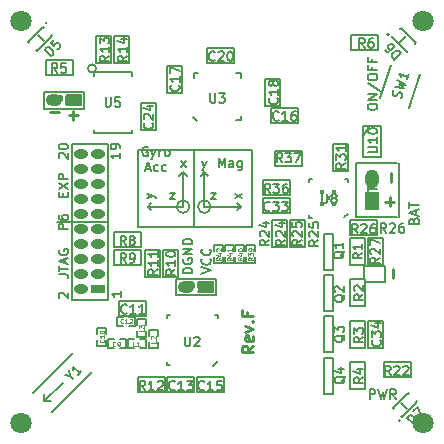
<source format=gto>
%TF.GenerationSoftware,KiCad,Pcbnew,6.0.2-378541a8eb~116~ubuntu20.04.1*%
%TF.CreationDate,2022-03-13T20:33:59-06:00*%
%TF.ProjectId,Crazyflie contol board,4372617a-7966-46c6-9965-20636f6e746f,F*%
%TF.SameCoordinates,Original*%
%TF.FileFunction,Legend,Top*%
%TF.FilePolarity,Positive*%
%FSLAX46Y46*%
G04 Gerber Fmt 4.6, Leading zero omitted, Abs format (unit mm)*
G04 Created by KiCad (PCBNEW 6.0.2-378541a8eb~116~ubuntu20.04.1) date 2022-03-13 20:33:59*
%MOMM*%
%LPD*%
G01*
G04 APERTURE LIST*
%ADD10C,0.200660*%
%ADD11C,0.200025*%
%ADD12C,0.250190*%
%ADD13C,0.248920*%
%ADD14C,0.099060*%
%ADD15C,0.127000*%
%ADD16C,0.381000*%
%ADD17R,1.198880X0.800100*%
%ADD18O,1.198880X0.800100*%
%ADD19R,1.399540X1.000760*%
%ADD20O,1.399540X1.000760*%
%ADD21C,1.800860*%
%ADD22R,1.198880X1.600200*%
%ADD23O,1.198880X1.600200*%
G04 APERTURE END LIST*
D10*
X141599920Y-99702620D02*
X141300200Y-100002340D01*
X139040235Y-99702620D02*
G75*
G03*
X139040235Y-99702620I-539115J0D01*
G01*
X136700260Y-96801940D02*
X136999980Y-97101660D01*
X138501120Y-96801940D02*
X138201400Y-97101660D01*
X136700260Y-96801940D02*
X136700260Y-99702620D01*
X136700260Y-99702620D02*
X133700520Y-99702620D01*
X132900420Y-101401880D02*
X142499080Y-101401880D01*
X133700520Y-99702620D02*
X134000240Y-99402900D01*
X137239375Y-99702620D02*
G75*
G03*
X137239375Y-99702620I-539115J0D01*
G01*
X153799540Y-106103420D02*
X153799540Y-104703880D01*
X138501120Y-99702620D02*
X141599920Y-99702620D01*
X142499080Y-101401880D02*
X142499080Y-94902020D01*
X132900420Y-94902020D02*
X132900420Y-101401880D01*
X153799540Y-104703880D02*
X151998680Y-104703880D01*
X136700260Y-96801940D02*
X136999980Y-97101660D01*
X136700260Y-96801940D02*
X136400540Y-97101660D01*
X152199340Y-106103420D02*
X153799540Y-106103420D01*
X142499080Y-94902020D02*
X132900420Y-94902020D01*
X136700260Y-99702620D02*
X133700520Y-99702620D01*
X138501120Y-96801940D02*
X138800840Y-97101660D01*
X136999980Y-97101660D02*
X136999980Y-97104200D01*
X151998680Y-104703880D02*
X151998680Y-105803700D01*
X136400540Y-97101660D02*
X136400540Y-97104200D01*
X137599420Y-94902020D02*
X137599420Y-101401880D01*
X136700260Y-96801940D02*
X136400540Y-97101660D01*
X136400540Y-97101660D02*
X136400540Y-97104200D01*
X136999980Y-97101660D02*
X136999980Y-97104200D01*
X138501120Y-96801940D02*
X138501120Y-99702620D01*
X141599920Y-99702620D02*
X141300200Y-99402900D01*
X137239375Y-99702620D02*
G75*
G03*
X137239375Y-99702620I-539115J0D01*
G01*
X136700260Y-96801940D02*
X136700260Y-99702620D01*
X125999240Y-101003100D02*
X130299460Y-101003100D01*
X133700520Y-99702620D02*
X134000240Y-100002340D01*
D11*
X126160530Y-105436670D02*
X126732030Y-105436670D01*
X126846330Y-105474770D01*
X126922530Y-105550970D01*
X126960630Y-105665270D01*
X126960630Y-105741470D01*
X126160530Y-105169970D02*
X126160530Y-104712770D01*
X126960630Y-104941370D02*
X126160530Y-104941370D01*
X126732030Y-104484170D02*
X126732030Y-104103170D01*
X126960630Y-104560370D02*
X126160530Y-104293670D01*
X126960630Y-104026970D01*
X126198630Y-103341170D02*
X126160530Y-103417370D01*
X126160530Y-103531670D01*
X126198630Y-103645970D01*
X126274830Y-103722170D01*
X126351030Y-103760270D01*
X126503430Y-103798370D01*
X126617730Y-103798370D01*
X126770130Y-103760270D01*
X126846330Y-103722170D01*
X126922530Y-103645970D01*
X126960630Y-103531670D01*
X126960630Y-103455470D01*
X126922530Y-103341170D01*
X126884430Y-103303070D01*
X126617730Y-103303070D01*
X126617730Y-103455470D01*
X148162010Y-102556310D02*
X147781010Y-102823010D01*
X148162010Y-103013510D02*
X147361910Y-103013510D01*
X147361910Y-102708710D01*
X147400010Y-102632510D01*
X147438110Y-102594410D01*
X147514310Y-102556310D01*
X147628610Y-102556310D01*
X147704810Y-102594410D01*
X147742910Y-102632510D01*
X147781010Y-102708710D01*
X147781010Y-103013510D01*
X147438110Y-102251510D02*
X147400010Y-102213410D01*
X147361910Y-102137210D01*
X147361910Y-101946710D01*
X147400010Y-101870510D01*
X147438110Y-101832410D01*
X147514310Y-101794310D01*
X147590510Y-101794310D01*
X147704810Y-101832410D01*
X148162010Y-102289610D01*
X148162010Y-101794310D01*
X147361910Y-101070410D02*
X147361910Y-101451410D01*
X147742910Y-101489510D01*
X147704810Y-101451410D01*
X147666710Y-101375210D01*
X147666710Y-101184710D01*
X147704810Y-101108510D01*
X147742910Y-101070410D01*
X147819110Y-101032310D01*
X148009610Y-101032310D01*
X148085810Y-101070410D01*
X148123910Y-101108510D01*
X148162010Y-101184710D01*
X148162010Y-101375210D01*
X148123910Y-101451410D01*
X148085810Y-101489510D01*
X139089130Y-98530410D02*
X139508230Y-98530410D01*
X139089130Y-99063810D01*
X139508230Y-99063810D01*
X141662150Y-99013010D02*
X141128750Y-98593910D01*
X141128750Y-99013010D02*
X141662150Y-98593910D01*
X133628130Y-98993960D02*
X134161530Y-98803460D01*
X133628130Y-98612960D02*
X134161530Y-98803460D01*
X134352030Y-98879660D01*
X134390130Y-98917760D01*
X134428230Y-98993960D01*
X131461510Y-106875580D02*
X131461510Y-107332780D01*
X131461510Y-107104180D02*
X130661410Y-107104180D01*
X130775710Y-107180380D01*
X130851910Y-107256580D01*
X130890010Y-107332780D01*
X139710160Y-96363790D02*
X139710160Y-95563690D01*
X139976860Y-96135190D01*
X140243560Y-95563690D01*
X140243560Y-96363790D01*
X140967460Y-96363790D02*
X140967460Y-95944690D01*
X140929360Y-95868490D01*
X140853160Y-95830390D01*
X140700760Y-95830390D01*
X140624560Y-95868490D01*
X140967460Y-96325690D02*
X140891260Y-96363790D01*
X140700760Y-96363790D01*
X140624560Y-96325690D01*
X140586460Y-96249490D01*
X140586460Y-96173290D01*
X140624560Y-96097090D01*
X140700760Y-96058990D01*
X140891260Y-96058990D01*
X140967460Y-96020890D01*
X141691360Y-95830390D02*
X141691360Y-96478090D01*
X141653260Y-96554290D01*
X141615160Y-96592390D01*
X141538960Y-96630490D01*
X141424660Y-96630490D01*
X141348460Y-96592390D01*
X141691360Y-96325690D02*
X141615160Y-96363790D01*
X141462760Y-96363790D01*
X141386560Y-96325690D01*
X141348460Y-96287590D01*
X141310360Y-96211390D01*
X141310360Y-95982790D01*
X141348460Y-95906590D01*
X141386560Y-95868490D01*
X141462760Y-95830390D01*
X141615160Y-95830390D01*
X141691360Y-95868490D01*
X126236730Y-107431840D02*
X126198630Y-107393740D01*
X126160530Y-107317540D01*
X126160530Y-107127040D01*
X126198630Y-107050840D01*
X126236730Y-107012740D01*
X126312930Y-106974640D01*
X126389130Y-106974640D01*
X126503430Y-107012740D01*
X126960630Y-107469940D01*
X126960630Y-106974640D01*
D12*
X153819618Y-99271182D02*
X154582101Y-99271182D01*
X154200860Y-99652424D02*
X154200860Y-98889940D01*
D11*
X152521920Y-115975130D02*
X152521920Y-115175030D01*
X152826720Y-115175030D01*
X152902920Y-115213130D01*
X152941020Y-115251230D01*
X152979120Y-115327430D01*
X152979120Y-115441730D01*
X152941020Y-115517930D01*
X152902920Y-115556030D01*
X152826720Y-115594130D01*
X152521920Y-115594130D01*
X153245820Y-115175030D02*
X153436320Y-115975130D01*
X153588720Y-115403630D01*
X153741120Y-115975130D01*
X153931620Y-115175030D01*
X154693620Y-115975130D02*
X154426920Y-115594130D01*
X154236420Y-115975130D02*
X154236420Y-115175030D01*
X154541220Y-115175030D01*
X154617420Y-115213130D01*
X154655520Y-115251230D01*
X154693620Y-115327430D01*
X154693620Y-115441730D01*
X154655520Y-115517930D01*
X154617420Y-115556030D01*
X154541220Y-115594130D01*
X154236420Y-115594130D01*
X144001490Y-102508050D02*
X143620490Y-102774750D01*
X144001490Y-102965250D02*
X143201390Y-102965250D01*
X143201390Y-102660450D01*
X143239490Y-102584250D01*
X143277590Y-102546150D01*
X143353790Y-102508050D01*
X143468090Y-102508050D01*
X143544290Y-102546150D01*
X143582390Y-102584250D01*
X143620490Y-102660450D01*
X143620490Y-102965250D01*
X143277590Y-102203250D02*
X143239490Y-102165150D01*
X143201390Y-102088950D01*
X143201390Y-101898450D01*
X143239490Y-101822250D01*
X143277590Y-101784150D01*
X143353790Y-101746050D01*
X143429990Y-101746050D01*
X143544290Y-101784150D01*
X144001490Y-102241350D01*
X144001490Y-101746050D01*
X143468090Y-101060250D02*
X144001490Y-101060250D01*
X143163290Y-101250750D02*
X143734790Y-101441250D01*
X143734790Y-100945950D01*
X137460990Y-105332530D02*
X136660890Y-105332530D01*
X136660890Y-105142030D01*
X136698990Y-105027730D01*
X136775190Y-104951530D01*
X136851390Y-104913430D01*
X137003790Y-104875330D01*
X137118090Y-104875330D01*
X137270490Y-104913430D01*
X137346690Y-104951530D01*
X137422890Y-105027730D01*
X137460990Y-105142030D01*
X137460990Y-105332530D01*
X136698990Y-104113330D02*
X136660890Y-104189530D01*
X136660890Y-104303830D01*
X136698990Y-104418130D01*
X136775190Y-104494330D01*
X136851390Y-104532430D01*
X137003790Y-104570530D01*
X137118090Y-104570530D01*
X137270490Y-104532430D01*
X137346690Y-104494330D01*
X137422890Y-104418130D01*
X137460990Y-104303830D01*
X137460990Y-104227630D01*
X137422890Y-104113330D01*
X137384790Y-104075230D01*
X137118090Y-104075230D01*
X137118090Y-104227630D01*
X137460990Y-103732330D02*
X136660890Y-103732330D01*
X137460990Y-103275130D01*
X136660890Y-103275130D01*
X137460990Y-102894130D02*
X136660890Y-102894130D01*
X136660890Y-102703630D01*
X136698990Y-102589330D01*
X136775190Y-102513130D01*
X136851390Y-102475030D01*
X137003790Y-102436930D01*
X137118090Y-102436930D01*
X137270490Y-102475030D01*
X137346690Y-102513130D01*
X137422890Y-102589330D01*
X137460990Y-102703630D01*
X137460990Y-102894130D01*
X138308080Y-95830390D02*
X138498580Y-96363790D01*
X138689080Y-95830390D02*
X138498580Y-96363790D01*
X138422380Y-96554290D01*
X138384280Y-96592390D01*
X138308080Y-96630490D01*
X133694170Y-94657990D02*
X133617970Y-94619890D01*
X133503670Y-94619890D01*
X133389370Y-94657990D01*
X133313170Y-94734190D01*
X133275070Y-94810390D01*
X133236970Y-94962790D01*
X133236970Y-95077090D01*
X133275070Y-95229490D01*
X133313170Y-95305690D01*
X133389370Y-95381890D01*
X133503670Y-95419990D01*
X133579870Y-95419990D01*
X133694170Y-95381890D01*
X133732270Y-95343790D01*
X133732270Y-95077090D01*
X133579870Y-95077090D01*
X133998970Y-94886590D02*
X134189470Y-95419990D01*
X134379970Y-94886590D02*
X134189470Y-95419990D01*
X134113270Y-95610490D01*
X134075170Y-95648590D01*
X133998970Y-95686690D01*
X134684770Y-95419990D02*
X134684770Y-94886590D01*
X134684770Y-95038990D02*
X134722870Y-94962790D01*
X134760970Y-94924690D01*
X134837170Y-94886590D01*
X134913370Y-94886590D01*
X135294370Y-95419990D02*
X135218170Y-95381890D01*
X135180070Y-95343790D01*
X135141970Y-95267590D01*
X135141970Y-95038990D01*
X135180070Y-94962790D01*
X135218170Y-94924690D01*
X135294370Y-94886590D01*
X135408670Y-94886590D01*
X135484870Y-94924690D01*
X135522970Y-94962790D01*
X135561070Y-95038990D01*
X135561070Y-95267590D01*
X135522970Y-95343790D01*
X135484870Y-95381890D01*
X135408670Y-95419990D01*
X135294370Y-95419990D01*
X133522720Y-96479551D02*
X133903720Y-96479551D01*
X133446520Y-96708151D02*
X133713220Y-95908051D01*
X133979920Y-96708151D01*
X134589520Y-96670051D02*
X134513320Y-96708151D01*
X134360920Y-96708151D01*
X134284720Y-96670051D01*
X134246620Y-96631951D01*
X134208520Y-96555751D01*
X134208520Y-96327151D01*
X134246620Y-96250951D01*
X134284720Y-96212851D01*
X134360920Y-96174751D01*
X134513320Y-96174751D01*
X134589520Y-96212851D01*
X135275320Y-96670051D02*
X135199120Y-96708151D01*
X135046720Y-96708151D01*
X134970520Y-96670051D01*
X134932420Y-96631951D01*
X134894320Y-96555751D01*
X134894320Y-96327151D01*
X134932420Y-96250951D01*
X134970520Y-96212851D01*
X135046720Y-96174751D01*
X135199120Y-96174751D01*
X135275320Y-96212851D01*
X126236730Y-95613220D02*
X126198630Y-95575120D01*
X126160530Y-95498920D01*
X126160530Y-95308420D01*
X126198630Y-95232220D01*
X126236730Y-95194120D01*
X126312930Y-95156020D01*
X126389130Y-95156020D01*
X126503430Y-95194120D01*
X126960630Y-95651320D01*
X126960630Y-95156020D01*
X126160530Y-94660720D02*
X126160530Y-94584520D01*
X126198630Y-94508320D01*
X126236730Y-94470220D01*
X126312930Y-94432120D01*
X126465330Y-94394020D01*
X126655830Y-94394020D01*
X126808230Y-94432120D01*
X126884430Y-94470220D01*
X126922530Y-94508320D01*
X126960630Y-94584520D01*
X126960630Y-94660720D01*
X126922530Y-94736920D01*
X126884430Y-94775020D01*
X126808230Y-94813120D01*
X126655830Y-94851220D01*
X126465330Y-94851220D01*
X126312930Y-94813120D01*
X126236730Y-94775020D01*
X126198630Y-94736920D01*
X126160530Y-94660720D01*
X126541530Y-98856800D02*
X126541530Y-98590100D01*
X126960630Y-98475800D02*
X126960630Y-98856800D01*
X126160530Y-98856800D01*
X126160530Y-98475800D01*
X126160530Y-98209100D02*
X126960630Y-97675700D01*
X126160530Y-97675700D02*
X126960630Y-98209100D01*
X126960630Y-97370900D02*
X126160530Y-97370900D01*
X126160530Y-97066100D01*
X126198630Y-96989900D01*
X126236730Y-96951800D01*
X126312930Y-96913700D01*
X126427230Y-96913700D01*
X126503430Y-96951800D01*
X126541530Y-96989900D01*
X126579630Y-97066100D01*
X126579630Y-97370900D01*
D12*
X154470462Y-105783621D02*
X154470462Y-105021138D01*
D11*
X136490710Y-96363790D02*
X136909810Y-95830390D01*
X136490710Y-95830390D02*
X136909810Y-96363790D01*
X153915110Y-101923850D02*
X153648410Y-101542850D01*
X153457910Y-101923850D02*
X153457910Y-101123750D01*
X153762710Y-101123750D01*
X153838910Y-101161850D01*
X153877010Y-101199950D01*
X153915110Y-101276150D01*
X153915110Y-101390450D01*
X153877010Y-101466650D01*
X153838910Y-101504750D01*
X153762710Y-101542850D01*
X153457910Y-101542850D01*
X154219910Y-101199950D02*
X154258010Y-101161850D01*
X154334210Y-101123750D01*
X154524710Y-101123750D01*
X154600910Y-101161850D01*
X154639010Y-101199950D01*
X154677110Y-101276150D01*
X154677110Y-101352350D01*
X154639010Y-101466650D01*
X154181810Y-101923850D01*
X154677110Y-101923850D01*
X155362910Y-101123750D02*
X155210510Y-101123750D01*
X155134310Y-101161850D01*
X155096210Y-101199950D01*
X155020010Y-101314250D01*
X154981910Y-101466650D01*
X154981910Y-101771450D01*
X155020010Y-101847650D01*
X155058110Y-101885750D01*
X155134310Y-101923850D01*
X155286710Y-101923850D01*
X155362910Y-101885750D01*
X155401010Y-101847650D01*
X155439110Y-101771450D01*
X155439110Y-101580950D01*
X155401010Y-101504750D01*
X155362910Y-101466650D01*
X155286710Y-101428550D01*
X155134310Y-101428550D01*
X155058110Y-101466650D01*
X155020010Y-101504750D01*
X154981910Y-101580950D01*
X135589010Y-98530410D02*
X136008110Y-98530410D01*
X135589010Y-99063810D01*
X136008110Y-99063810D01*
X133694170Y-94657990D02*
X133617970Y-94619890D01*
X133503670Y-94619890D01*
X133389370Y-94657990D01*
X133313170Y-94734190D01*
X133275070Y-94810390D01*
X133236970Y-94962790D01*
X133236970Y-95077090D01*
X133275070Y-95229490D01*
X133313170Y-95305690D01*
X133389370Y-95381890D01*
X133503670Y-95419990D01*
X133579870Y-95419990D01*
X133694170Y-95381890D01*
X133732270Y-95343790D01*
X133732270Y-95077090D01*
X133579870Y-95077090D01*
X133998970Y-94886590D02*
X134189470Y-95419990D01*
X134379970Y-94886590D02*
X134189470Y-95419990D01*
X134113270Y-95610490D01*
X134075170Y-95648590D01*
X133998970Y-95686690D01*
X134684770Y-95419990D02*
X134684770Y-94886590D01*
X134684770Y-95038990D02*
X134722870Y-94962790D01*
X134760970Y-94924690D01*
X134837170Y-94886590D01*
X134913370Y-94886590D01*
X135294370Y-95419990D02*
X135218170Y-95381890D01*
X135180070Y-95343790D01*
X135141970Y-95267590D01*
X135141970Y-95038990D01*
X135180070Y-94962790D01*
X135218170Y-94924690D01*
X135294370Y-94886590D01*
X135408670Y-94886590D01*
X135484870Y-94924690D01*
X135522970Y-94962790D01*
X135561070Y-95038990D01*
X135561070Y-95267590D01*
X135522970Y-95343790D01*
X135484870Y-95381890D01*
X135408670Y-95419990D01*
X135294370Y-95419990D01*
X133522720Y-96479551D02*
X133903720Y-96479551D01*
X133446520Y-96708151D02*
X133713220Y-95908051D01*
X133979920Y-96708151D01*
X134589520Y-96670051D02*
X134513320Y-96708151D01*
X134360920Y-96708151D01*
X134284720Y-96670051D01*
X134246620Y-96631951D01*
X134208520Y-96555751D01*
X134208520Y-96327151D01*
X134246620Y-96250951D01*
X134284720Y-96212851D01*
X134360920Y-96174751D01*
X134513320Y-96174751D01*
X134589520Y-96212851D01*
X135275320Y-96670051D02*
X135199120Y-96708151D01*
X135046720Y-96708151D01*
X134970520Y-96670051D01*
X134932420Y-96631951D01*
X134894320Y-96555751D01*
X134894320Y-96327151D01*
X134932420Y-96250951D01*
X134970520Y-96212851D01*
X135046720Y-96174751D01*
X135199120Y-96174751D01*
X135275320Y-96212851D01*
D13*
X127017538Y-91973762D02*
X127780021Y-91973762D01*
X127398780Y-92355004D02*
X127398780Y-91592520D01*
D11*
X131362450Y-95156020D02*
X131362450Y-95613220D01*
X131362450Y-95384620D02*
X130562350Y-95384620D01*
X130676650Y-95460820D01*
X130752850Y-95537020D01*
X130790950Y-95613220D01*
X131362450Y-94775020D02*
X131362450Y-94622620D01*
X131324350Y-94546420D01*
X131286250Y-94508320D01*
X131171950Y-94432120D01*
X131019550Y-94394020D01*
X130714750Y-94394020D01*
X130638550Y-94432120D01*
X130600450Y-94470220D01*
X130562350Y-94546420D01*
X130562350Y-94698820D01*
X130600450Y-94775020D01*
X130638550Y-94813120D01*
X130714750Y-94851220D01*
X130905250Y-94851220D01*
X130981450Y-94813120D01*
X131019550Y-94775020D01*
X131057650Y-94698820D01*
X131057650Y-94546420D01*
X131019550Y-94470220D01*
X130981450Y-94432120D01*
X130905250Y-94394020D01*
D13*
X126179821Y-91731737D02*
X125417338Y-91731737D01*
D11*
X138261090Y-105366820D02*
X139061190Y-105100120D01*
X138261090Y-104833420D01*
X138984990Y-104109520D02*
X139023090Y-104147620D01*
X139061190Y-104261920D01*
X139061190Y-104338120D01*
X139023090Y-104452420D01*
X138946890Y-104528620D01*
X138870690Y-104566720D01*
X138718290Y-104604820D01*
X138603990Y-104604820D01*
X138451590Y-104566720D01*
X138375390Y-104528620D01*
X138299190Y-104452420D01*
X138261090Y-104338120D01*
X138261090Y-104261920D01*
X138299190Y-104147620D01*
X138337290Y-104109520D01*
X138984990Y-103309420D02*
X139023090Y-103347520D01*
X139061190Y-103461820D01*
X139061190Y-103538020D01*
X139023090Y-103652320D01*
X138946890Y-103728520D01*
X138870690Y-103766620D01*
X138718290Y-103804720D01*
X138603990Y-103804720D01*
X138451590Y-103766620D01*
X138375390Y-103728520D01*
X138299190Y-103652320D01*
X138261090Y-103538020D01*
X138261090Y-103461820D01*
X138299190Y-103347520D01*
X138337290Y-103309420D01*
D12*
X154272342Y-97581961D02*
X154272342Y-96819478D01*
D11*
X135589010Y-98530410D02*
X136008110Y-98530410D01*
X135589010Y-99063810D01*
X136008110Y-99063810D01*
D12*
X142652084Y-111467053D02*
X142175532Y-111800640D01*
X142652084Y-112038916D02*
X141651324Y-112038916D01*
X141651324Y-111657674D01*
X141698980Y-111562363D01*
X141746635Y-111514708D01*
X141841945Y-111467053D01*
X141984911Y-111467053D01*
X142080221Y-111514708D01*
X142127877Y-111562363D01*
X142175532Y-111657674D01*
X142175532Y-112038916D01*
X142604429Y-110656914D02*
X142652084Y-110752224D01*
X142652084Y-110942845D01*
X142604429Y-111038156D01*
X142509119Y-111085811D01*
X142127877Y-111085811D01*
X142032566Y-111038156D01*
X141984911Y-110942845D01*
X141984911Y-110752224D01*
X142032566Y-110656914D01*
X142127877Y-110609259D01*
X142223187Y-110609259D01*
X142318498Y-111085811D01*
X141984911Y-110275672D02*
X142652084Y-110037396D01*
X141984911Y-109799120D01*
X142556774Y-109417878D02*
X142604429Y-109370222D01*
X142652084Y-109417878D01*
X142604429Y-109465533D01*
X142556774Y-109417878D01*
X142652084Y-109417878D01*
X142127877Y-108607739D02*
X142127877Y-108941325D01*
X142652084Y-108941325D02*
X141651324Y-108941325D01*
X141651324Y-108464773D01*
D11*
X152360630Y-91323160D02*
X152360630Y-91170760D01*
X152398730Y-91094560D01*
X152474930Y-91018360D01*
X152627330Y-90980260D01*
X152894030Y-90980260D01*
X153046430Y-91018360D01*
X153122630Y-91094560D01*
X153160730Y-91170760D01*
X153160730Y-91323160D01*
X153122630Y-91399360D01*
X153046430Y-91475560D01*
X152894030Y-91513660D01*
X152627330Y-91513660D01*
X152474930Y-91475560D01*
X152398730Y-91399360D01*
X152360630Y-91323160D01*
X153160730Y-90637360D02*
X152360630Y-90637360D01*
X153160730Y-90180160D01*
X152360630Y-90180160D01*
X152322530Y-89227660D02*
X153351230Y-89913460D01*
X152360630Y-88808560D02*
X152360630Y-88656160D01*
X152398730Y-88579960D01*
X152474930Y-88503760D01*
X152627330Y-88465660D01*
X152894030Y-88465660D01*
X153046430Y-88503760D01*
X153122630Y-88579960D01*
X153160730Y-88656160D01*
X153160730Y-88808560D01*
X153122630Y-88884760D01*
X153046430Y-88960960D01*
X152894030Y-88999060D01*
X152627330Y-88999060D01*
X152474930Y-88960960D01*
X152398730Y-88884760D01*
X152360630Y-88808560D01*
X152741630Y-87856060D02*
X152741630Y-88122760D01*
X153160730Y-88122760D02*
X152360630Y-88122760D01*
X152360630Y-87741760D01*
X152741630Y-87170260D02*
X152741630Y-87436960D01*
X153160730Y-87436960D02*
X152360630Y-87436960D01*
X152360630Y-87055960D01*
X156241750Y-100890070D02*
X156279850Y-100775770D01*
X156317950Y-100737670D01*
X156394150Y-100699570D01*
X156508450Y-100699570D01*
X156584650Y-100737670D01*
X156622750Y-100775770D01*
X156660850Y-100851970D01*
X156660850Y-101156770D01*
X155860750Y-101156770D01*
X155860750Y-100890070D01*
X155898850Y-100813870D01*
X155936950Y-100775770D01*
X156013150Y-100737670D01*
X156089350Y-100737670D01*
X156165550Y-100775770D01*
X156203650Y-100813870D01*
X156241750Y-100890070D01*
X156241750Y-101156770D01*
X156432250Y-100394770D02*
X156432250Y-100013770D01*
X156660850Y-100470970D02*
X155860750Y-100204270D01*
X156660850Y-99937570D01*
X155860750Y-99785170D02*
X155860750Y-99327970D01*
X156660850Y-99556570D02*
X155860750Y-99556570D01*
%TO.C,Q1*%
X150338790Y-103477060D02*
X150300690Y-103553260D01*
X150224490Y-103629460D01*
X150110190Y-103743760D01*
X150072090Y-103819960D01*
X150072090Y-103896160D01*
X150262590Y-103858060D02*
X150224490Y-103934260D01*
X150148290Y-104010460D01*
X149995890Y-104048560D01*
X149729190Y-104048560D01*
X149576790Y-104010460D01*
X149500590Y-103934260D01*
X149462490Y-103858060D01*
X149462490Y-103705660D01*
X149500590Y-103629460D01*
X149576790Y-103553260D01*
X149729190Y-103515160D01*
X149995890Y-103515160D01*
X150148290Y-103553260D01*
X150224490Y-103629460D01*
X150262590Y-103705660D01*
X150262590Y-103858060D01*
X150262590Y-102753160D02*
X150262590Y-103210360D01*
X150262590Y-102981760D02*
X149462490Y-102981760D01*
X149576790Y-103057960D01*
X149652990Y-103134160D01*
X149691090Y-103210360D01*
%TO.C,Q2*%
X150387050Y-107175300D02*
X150348950Y-107251500D01*
X150272750Y-107327700D01*
X150158450Y-107442000D01*
X150120350Y-107518200D01*
X150120350Y-107594400D01*
X150310850Y-107556300D02*
X150272750Y-107632500D01*
X150196550Y-107708700D01*
X150044150Y-107746800D01*
X149777450Y-107746800D01*
X149625050Y-107708700D01*
X149548850Y-107632500D01*
X149510750Y-107556300D01*
X149510750Y-107403900D01*
X149548850Y-107327700D01*
X149625050Y-107251500D01*
X149777450Y-107213400D01*
X150044150Y-107213400D01*
X150196550Y-107251500D01*
X150272750Y-107327700D01*
X150310850Y-107403900D01*
X150310850Y-107556300D01*
X149586950Y-106908600D02*
X149548850Y-106870500D01*
X149510750Y-106794300D01*
X149510750Y-106603800D01*
X149548850Y-106527600D01*
X149586950Y-106489500D01*
X149663150Y-106451400D01*
X149739350Y-106451400D01*
X149853650Y-106489500D01*
X150310850Y-106946700D01*
X150310850Y-106451400D01*
%TO.C,Q3*%
X150387050Y-110576360D02*
X150348950Y-110652560D01*
X150272750Y-110728760D01*
X150158450Y-110843060D01*
X150120350Y-110919260D01*
X150120350Y-110995460D01*
X150310850Y-110957360D02*
X150272750Y-111033560D01*
X150196550Y-111109760D01*
X150044150Y-111147860D01*
X149777450Y-111147860D01*
X149625050Y-111109760D01*
X149548850Y-111033560D01*
X149510750Y-110957360D01*
X149510750Y-110804960D01*
X149548850Y-110728760D01*
X149625050Y-110652560D01*
X149777450Y-110614460D01*
X150044150Y-110614460D01*
X150196550Y-110652560D01*
X150272750Y-110728760D01*
X150310850Y-110804960D01*
X150310850Y-110957360D01*
X149510750Y-110347760D02*
X149510750Y-109852460D01*
X149815550Y-110119160D01*
X149815550Y-110004860D01*
X149853650Y-109928660D01*
X149891750Y-109890560D01*
X149967950Y-109852460D01*
X150158450Y-109852460D01*
X150234650Y-109890560D01*
X150272750Y-109928660D01*
X150310850Y-110004860D01*
X150310850Y-110233460D01*
X150272750Y-110309660D01*
X150234650Y-110347760D01*
%TO.C,Q4*%
X150437850Y-114076480D02*
X150399750Y-114152680D01*
X150323550Y-114228880D01*
X150209250Y-114343180D01*
X150171150Y-114419380D01*
X150171150Y-114495580D01*
X150361650Y-114457480D02*
X150323550Y-114533680D01*
X150247350Y-114609880D01*
X150094950Y-114647980D01*
X149828250Y-114647980D01*
X149675850Y-114609880D01*
X149599650Y-114533680D01*
X149561550Y-114457480D01*
X149561550Y-114305080D01*
X149599650Y-114228880D01*
X149675850Y-114152680D01*
X149828250Y-114114580D01*
X150094950Y-114114580D01*
X150247350Y-114152680D01*
X150323550Y-114228880D01*
X150361650Y-114305080D01*
X150361650Y-114457480D01*
X149828250Y-113428780D02*
X150361650Y-113428780D01*
X149523450Y-113619280D02*
X150094950Y-113809780D01*
X150094950Y-113314480D01*
%TO.C,U10*%
X152360630Y-95095060D02*
X153008330Y-95095060D01*
X153084530Y-95056960D01*
X153122630Y-95018860D01*
X153160730Y-94942660D01*
X153160730Y-94790260D01*
X153122630Y-94714060D01*
X153084530Y-94675960D01*
X153008330Y-94637860D01*
X152360630Y-94637860D01*
X153160730Y-93837760D02*
X153160730Y-94294960D01*
X153160730Y-94066360D02*
X152360630Y-94066360D01*
X152474930Y-94142560D01*
X152551130Y-94218760D01*
X152589230Y-94294960D01*
X152360630Y-93342460D02*
X152360630Y-93266260D01*
X152398730Y-93190060D01*
X152436830Y-93151960D01*
X152513030Y-93113860D01*
X152665430Y-93075760D01*
X152855930Y-93075760D01*
X153008330Y-93113860D01*
X153084530Y-93151960D01*
X153122630Y-93190060D01*
X153160730Y-93266260D01*
X153160730Y-93342460D01*
X153122630Y-93418660D01*
X153084530Y-93456760D01*
X153008330Y-93494860D01*
X152855930Y-93532960D01*
X152665430Y-93532960D01*
X152513030Y-93494860D01*
X152436830Y-93456760D01*
X152398730Y-93418660D01*
X152360630Y-93342460D01*
%TO.C,C34*%
X153384250Y-111017050D02*
X153422350Y-111055150D01*
X153460450Y-111169450D01*
X153460450Y-111245650D01*
X153422350Y-111359950D01*
X153346150Y-111436150D01*
X153269950Y-111474250D01*
X153117550Y-111512350D01*
X153003250Y-111512350D01*
X152850850Y-111474250D01*
X152774650Y-111436150D01*
X152698450Y-111359950D01*
X152660350Y-111245650D01*
X152660350Y-111169450D01*
X152698450Y-111055150D01*
X152736550Y-111017050D01*
X152660350Y-110750350D02*
X152660350Y-110255050D01*
X152965150Y-110521750D01*
X152965150Y-110407450D01*
X153003250Y-110331250D01*
X153041350Y-110293150D01*
X153117550Y-110255050D01*
X153308050Y-110255050D01*
X153384250Y-110293150D01*
X153422350Y-110331250D01*
X153460450Y-110407450D01*
X153460450Y-110636050D01*
X153422350Y-110712250D01*
X153384250Y-110750350D01*
X152927050Y-109569250D02*
X153460450Y-109569250D01*
X152622250Y-109759750D02*
X153193750Y-109950250D01*
X153193750Y-109454950D01*
D14*
%TO.C,L3*%
X133380540Y-110066243D02*
X133380540Y-110256138D01*
X132981760Y-110256138D01*
X132981760Y-109971295D02*
X132981760Y-109724431D01*
X133133676Y-109857358D01*
X133133676Y-109800390D01*
X133152666Y-109762410D01*
X133171655Y-109743421D01*
X133209634Y-109724431D01*
X133304582Y-109724431D01*
X133342561Y-109743421D01*
X133361550Y-109762410D01*
X133380540Y-109800390D01*
X133380540Y-109914327D01*
X133361550Y-109952306D01*
X133342561Y-109971295D01*
%TO.C,L2*%
X134381300Y-111016203D02*
X134381300Y-111206098D01*
X133982520Y-111206098D01*
X134020499Y-110902266D02*
X134001510Y-110883276D01*
X133982520Y-110845297D01*
X133982520Y-110750350D01*
X134001510Y-110712370D01*
X134020499Y-110693381D01*
X134058478Y-110674391D01*
X134096457Y-110674391D01*
X134153426Y-110693381D01*
X134381300Y-110921255D01*
X134381300Y-110674391D01*
%TO.C,L1*%
X132684096Y-111531460D02*
X132494201Y-111531460D01*
X132494201Y-111132680D01*
X133025908Y-111531460D02*
X132798033Y-111531460D01*
X132911970Y-111531460D02*
X132911970Y-111132680D01*
X132873991Y-111189649D01*
X132836012Y-111227628D01*
X132798033Y-111246617D01*
%TO.C,C9*%
X130982296Y-111493481D02*
X130963307Y-111512470D01*
X130906338Y-111531460D01*
X130868359Y-111531460D01*
X130811390Y-111512470D01*
X130773411Y-111474491D01*
X130754422Y-111436512D01*
X130735432Y-111360554D01*
X130735432Y-111303586D01*
X130754422Y-111227628D01*
X130773411Y-111189649D01*
X130811390Y-111151670D01*
X130868359Y-111132680D01*
X130906338Y-111132680D01*
X130963307Y-111151670D01*
X130982296Y-111170659D01*
X131172191Y-111531460D02*
X131248150Y-111531460D01*
X131286129Y-111512470D01*
X131305118Y-111493481D01*
X131343097Y-111436512D01*
X131362087Y-111360554D01*
X131362087Y-111208638D01*
X131343097Y-111170659D01*
X131324108Y-111151670D01*
X131286129Y-111132680D01*
X131210170Y-111132680D01*
X131172191Y-111151670D01*
X131153202Y-111170659D01*
X131134212Y-111208638D01*
X131134212Y-111303586D01*
X131153202Y-111341565D01*
X131172191Y-111360554D01*
X131210170Y-111379544D01*
X131286129Y-111379544D01*
X131324108Y-111360554D01*
X131343097Y-111341565D01*
X131362087Y-111303586D01*
%TO.C,C10*%
X129992301Y-110957178D02*
X130011290Y-110976168D01*
X130030280Y-111033136D01*
X130030280Y-111071115D01*
X130011290Y-111128084D01*
X129973311Y-111166063D01*
X129935332Y-111185052D01*
X129859374Y-111204042D01*
X129802406Y-111204042D01*
X129726448Y-111185052D01*
X129688469Y-111166063D01*
X129650490Y-111128084D01*
X129631500Y-111071115D01*
X129631500Y-111033136D01*
X129650490Y-110976168D01*
X129669479Y-110957178D01*
X130030280Y-110577388D02*
X130030280Y-110805262D01*
X130030280Y-110691325D02*
X129631500Y-110691325D01*
X129688469Y-110729304D01*
X129726448Y-110767283D01*
X129745437Y-110805262D01*
X129631500Y-110330524D02*
X129631500Y-110292545D01*
X129650490Y-110254566D01*
X129669479Y-110235576D01*
X129707458Y-110216587D01*
X129783416Y-110197597D01*
X129878364Y-110197597D01*
X129954322Y-110216587D01*
X129992301Y-110235576D01*
X130011290Y-110254566D01*
X130030280Y-110292545D01*
X130030280Y-110330524D01*
X130011290Y-110368503D01*
X129992301Y-110387492D01*
X129954322Y-110406482D01*
X129878364Y-110425471D01*
X129783416Y-110425471D01*
X129707458Y-110406482D01*
X129669479Y-110387492D01*
X129650490Y-110368503D01*
X129631500Y-110330524D01*
D11*
%TO.C,C11*%
X131936490Y-108685330D02*
X131898390Y-108723430D01*
X131784090Y-108761530D01*
X131707890Y-108761530D01*
X131593590Y-108723430D01*
X131517390Y-108647230D01*
X131479290Y-108571030D01*
X131441190Y-108418630D01*
X131441190Y-108304330D01*
X131479290Y-108151930D01*
X131517390Y-108075730D01*
X131593590Y-107999530D01*
X131707890Y-107961430D01*
X131784090Y-107961430D01*
X131898390Y-107999530D01*
X131936490Y-108037630D01*
X132698490Y-108761530D02*
X132241290Y-108761530D01*
X132469890Y-108761530D02*
X132469890Y-107961430D01*
X132393690Y-108075730D01*
X132317490Y-108151930D01*
X132241290Y-108190030D01*
X133460490Y-108761530D02*
X133003290Y-108761530D01*
X133231890Y-108761530D02*
X133231890Y-107961430D01*
X133155690Y-108075730D01*
X133079490Y-108151930D01*
X133003290Y-108190030D01*
D14*
%TO.C,C12*%
X131643301Y-109542761D02*
X131624311Y-109561750D01*
X131567343Y-109580740D01*
X131529364Y-109580740D01*
X131472395Y-109561750D01*
X131434416Y-109523771D01*
X131415427Y-109485792D01*
X131396437Y-109409834D01*
X131396437Y-109352866D01*
X131415427Y-109276908D01*
X131434416Y-109238929D01*
X131472395Y-109200950D01*
X131529364Y-109181960D01*
X131567343Y-109181960D01*
X131624311Y-109200950D01*
X131643301Y-109219939D01*
X132023091Y-109580740D02*
X131795217Y-109580740D01*
X131909154Y-109580740D02*
X131909154Y-109181960D01*
X131871175Y-109238929D01*
X131833196Y-109276908D01*
X131795217Y-109295897D01*
X132175008Y-109219939D02*
X132193997Y-109200950D01*
X132231976Y-109181960D01*
X132326924Y-109181960D01*
X132364903Y-109200950D01*
X132383892Y-109219939D01*
X132402882Y-109257918D01*
X132402882Y-109295897D01*
X132383892Y-109352866D01*
X132156018Y-109580740D01*
X132402882Y-109580740D01*
D11*
%TO.C,C13*%
X135985250Y-115187730D02*
X135947150Y-115225830D01*
X135832850Y-115263930D01*
X135756650Y-115263930D01*
X135642350Y-115225830D01*
X135566150Y-115149630D01*
X135528050Y-115073430D01*
X135489950Y-114921030D01*
X135489950Y-114806730D01*
X135528050Y-114654330D01*
X135566150Y-114578130D01*
X135642350Y-114501930D01*
X135756650Y-114463830D01*
X135832850Y-114463830D01*
X135947150Y-114501930D01*
X135985250Y-114540030D01*
X136747250Y-115263930D02*
X136290050Y-115263930D01*
X136518650Y-115263930D02*
X136518650Y-114463830D01*
X136442450Y-114578130D01*
X136366250Y-114654330D01*
X136290050Y-114692430D01*
X137013950Y-114463830D02*
X137509250Y-114463830D01*
X137242550Y-114768630D01*
X137356850Y-114768630D01*
X137433050Y-114806730D01*
X137471150Y-114844830D01*
X137509250Y-114921030D01*
X137509250Y-115111530D01*
X137471150Y-115187730D01*
X137433050Y-115225830D01*
X137356850Y-115263930D01*
X137128250Y-115263930D01*
X137052050Y-115225830D01*
X137013950Y-115187730D01*
%TO.C,C15*%
X138484610Y-115187730D02*
X138446510Y-115225830D01*
X138332210Y-115263930D01*
X138256010Y-115263930D01*
X138141710Y-115225830D01*
X138065510Y-115149630D01*
X138027410Y-115073430D01*
X137989310Y-114921030D01*
X137989310Y-114806730D01*
X138027410Y-114654330D01*
X138065510Y-114578130D01*
X138141710Y-114501930D01*
X138256010Y-114463830D01*
X138332210Y-114463830D01*
X138446510Y-114501930D01*
X138484610Y-114540030D01*
X139246610Y-115263930D02*
X138789410Y-115263930D01*
X139018010Y-115263930D02*
X139018010Y-114463830D01*
X138941810Y-114578130D01*
X138865610Y-114654330D01*
X138789410Y-114692430D01*
X139970510Y-114463830D02*
X139589510Y-114463830D01*
X139551410Y-114844830D01*
X139589510Y-114806730D01*
X139665710Y-114768630D01*
X139856210Y-114768630D01*
X139932410Y-114806730D01*
X139970510Y-114844830D01*
X140008610Y-114921030D01*
X140008610Y-115111530D01*
X139970510Y-115187730D01*
X139932410Y-115225830D01*
X139856210Y-115263930D01*
X139665710Y-115263930D01*
X139589510Y-115225830D01*
X139551410Y-115187730D01*
%TO.C,C16*%
X144786350Y-92335350D02*
X144748250Y-92373450D01*
X144633950Y-92411550D01*
X144557750Y-92411550D01*
X144443450Y-92373450D01*
X144367250Y-92297250D01*
X144329150Y-92221050D01*
X144291050Y-92068650D01*
X144291050Y-91954350D01*
X144329150Y-91801950D01*
X144367250Y-91725750D01*
X144443450Y-91649550D01*
X144557750Y-91611450D01*
X144633950Y-91611450D01*
X144748250Y-91649550D01*
X144786350Y-91687650D01*
X145548350Y-92411550D02*
X145091150Y-92411550D01*
X145319750Y-92411550D02*
X145319750Y-91611450D01*
X145243550Y-91725750D01*
X145167350Y-91801950D01*
X145091150Y-91840050D01*
X146234150Y-91611450D02*
X146081750Y-91611450D01*
X146005550Y-91649550D01*
X145967450Y-91687650D01*
X145891250Y-91801950D01*
X145853150Y-91954350D01*
X145853150Y-92259150D01*
X145891250Y-92335350D01*
X145929350Y-92373450D01*
X146005550Y-92411550D01*
X146157950Y-92411550D01*
X146234150Y-92373450D01*
X146272250Y-92335350D01*
X146310350Y-92259150D01*
X146310350Y-92068650D01*
X146272250Y-91992450D01*
X146234150Y-91954350D01*
X146157950Y-91916250D01*
X146005550Y-91916250D01*
X145929350Y-91954350D01*
X145891250Y-91992450D01*
X145853150Y-92068650D01*
%TO.C,C17*%
X136335770Y-89414350D02*
X136373870Y-89452450D01*
X136411970Y-89566750D01*
X136411970Y-89642950D01*
X136373870Y-89757250D01*
X136297670Y-89833450D01*
X136221470Y-89871550D01*
X136069070Y-89909650D01*
X135954770Y-89909650D01*
X135802370Y-89871550D01*
X135726170Y-89833450D01*
X135649970Y-89757250D01*
X135611870Y-89642950D01*
X135611870Y-89566750D01*
X135649970Y-89452450D01*
X135688070Y-89414350D01*
X136411970Y-88652350D02*
X136411970Y-89109550D01*
X136411970Y-88880950D02*
X135611870Y-88880950D01*
X135726170Y-88957150D01*
X135802370Y-89033350D01*
X135840470Y-89109550D01*
X135611870Y-88385650D02*
X135611870Y-87852250D01*
X136411970Y-88195150D01*
%TO.C,C18*%
X144684750Y-90516710D02*
X144722850Y-90554810D01*
X144760950Y-90669110D01*
X144760950Y-90745310D01*
X144722850Y-90859610D01*
X144646650Y-90935810D01*
X144570450Y-90973910D01*
X144418050Y-91012010D01*
X144303750Y-91012010D01*
X144151350Y-90973910D01*
X144075150Y-90935810D01*
X143998950Y-90859610D01*
X143960850Y-90745310D01*
X143960850Y-90669110D01*
X143998950Y-90554810D01*
X144037050Y-90516710D01*
X144760950Y-89754710D02*
X144760950Y-90211910D01*
X144760950Y-89983310D02*
X143960850Y-89983310D01*
X144075150Y-90059510D01*
X144151350Y-90135710D01*
X144189450Y-90211910D01*
X144303750Y-89297510D02*
X144265650Y-89373710D01*
X144227550Y-89411810D01*
X144151350Y-89449910D01*
X144113250Y-89449910D01*
X144037050Y-89411810D01*
X143998950Y-89373710D01*
X143960850Y-89297510D01*
X143960850Y-89145110D01*
X143998950Y-89068910D01*
X144037050Y-89030810D01*
X144113250Y-88992710D01*
X144151350Y-88992710D01*
X144227550Y-89030810D01*
X144265650Y-89068910D01*
X144303750Y-89145110D01*
X144303750Y-89297510D01*
X144341850Y-89373710D01*
X144379950Y-89411810D01*
X144456150Y-89449910D01*
X144608550Y-89449910D01*
X144684750Y-89411810D01*
X144722850Y-89373710D01*
X144760950Y-89297510D01*
X144760950Y-89145110D01*
X144722850Y-89068910D01*
X144684750Y-89030810D01*
X144608550Y-88992710D01*
X144456150Y-88992710D01*
X144379950Y-89030810D01*
X144341850Y-89068910D01*
X144303750Y-89145110D01*
%TO.C,C20*%
X139386310Y-87288370D02*
X139348210Y-87326470D01*
X139233910Y-87364570D01*
X139157710Y-87364570D01*
X139043410Y-87326470D01*
X138967210Y-87250270D01*
X138929110Y-87174070D01*
X138891010Y-87021670D01*
X138891010Y-86907370D01*
X138929110Y-86754970D01*
X138967210Y-86678770D01*
X139043410Y-86602570D01*
X139157710Y-86564470D01*
X139233910Y-86564470D01*
X139348210Y-86602570D01*
X139386310Y-86640670D01*
X139691110Y-86640670D02*
X139729210Y-86602570D01*
X139805410Y-86564470D01*
X139995910Y-86564470D01*
X140072110Y-86602570D01*
X140110210Y-86640670D01*
X140148310Y-86716870D01*
X140148310Y-86793070D01*
X140110210Y-86907370D01*
X139653010Y-87364570D01*
X140148310Y-87364570D01*
X140643610Y-86564470D02*
X140719810Y-86564470D01*
X140796010Y-86602570D01*
X140834110Y-86640670D01*
X140872210Y-86716870D01*
X140910310Y-86869270D01*
X140910310Y-87059770D01*
X140872210Y-87212170D01*
X140834110Y-87288370D01*
X140796010Y-87326470D01*
X140719810Y-87364570D01*
X140643610Y-87364570D01*
X140567410Y-87326470D01*
X140529310Y-87288370D01*
X140491210Y-87212170D01*
X140453110Y-87059770D01*
X140453110Y-86869270D01*
X140491210Y-86716870D01*
X140529310Y-86640670D01*
X140567410Y-86602570D01*
X140643610Y-86564470D01*
%TO.C,R14*%
X131961890Y-86917530D02*
X131580890Y-87184230D01*
X131961890Y-87374730D02*
X131161790Y-87374730D01*
X131161790Y-87069930D01*
X131199890Y-86993730D01*
X131237990Y-86955630D01*
X131314190Y-86917530D01*
X131428490Y-86917530D01*
X131504690Y-86955630D01*
X131542790Y-86993730D01*
X131580890Y-87069930D01*
X131580890Y-87374730D01*
X131961890Y-86155530D02*
X131961890Y-86612730D01*
X131961890Y-86384130D02*
X131161790Y-86384130D01*
X131276090Y-86460330D01*
X131352290Y-86536530D01*
X131390390Y-86612730D01*
X131428490Y-85469730D02*
X131961890Y-85469730D01*
X131123690Y-85660230D02*
X131695190Y-85850730D01*
X131695190Y-85355430D01*
%TO.C,R13*%
X130463290Y-86917530D02*
X130082290Y-87184230D01*
X130463290Y-87374730D02*
X129663190Y-87374730D01*
X129663190Y-87069930D01*
X129701290Y-86993730D01*
X129739390Y-86955630D01*
X129815590Y-86917530D01*
X129929890Y-86917530D01*
X130006090Y-86955630D01*
X130044190Y-86993730D01*
X130082290Y-87069930D01*
X130082290Y-87374730D01*
X130463290Y-86155530D02*
X130463290Y-86612730D01*
X130463290Y-86384130D02*
X129663190Y-86384130D01*
X129777490Y-86460330D01*
X129853690Y-86536530D01*
X129891790Y-86612730D01*
X129663190Y-85888830D02*
X129663190Y-85393530D01*
X129967990Y-85660230D01*
X129967990Y-85545930D01*
X130006090Y-85469730D01*
X130044190Y-85431630D01*
X130120390Y-85393530D01*
X130310890Y-85393530D01*
X130387090Y-85431630D01*
X130425190Y-85469730D01*
X130463290Y-85545930D01*
X130463290Y-85774530D01*
X130425190Y-85850730D01*
X130387090Y-85888830D01*
%TO.C,R22*%
X154285950Y-113963450D02*
X154019250Y-113582450D01*
X153828750Y-113963450D02*
X153828750Y-113163350D01*
X154133550Y-113163350D01*
X154209750Y-113201450D01*
X154247850Y-113239550D01*
X154285950Y-113315750D01*
X154285950Y-113430050D01*
X154247850Y-113506250D01*
X154209750Y-113544350D01*
X154133550Y-113582450D01*
X153828750Y-113582450D01*
X154590750Y-113239550D02*
X154628850Y-113201450D01*
X154705050Y-113163350D01*
X154895550Y-113163350D01*
X154971750Y-113201450D01*
X155009850Y-113239550D01*
X155047950Y-113315750D01*
X155047950Y-113391950D01*
X155009850Y-113506250D01*
X154552650Y-113963450D01*
X155047950Y-113963450D01*
X155352750Y-113239550D02*
X155390850Y-113201450D01*
X155467050Y-113163350D01*
X155657550Y-113163350D01*
X155733750Y-113201450D01*
X155771850Y-113239550D01*
X155809950Y-113315750D01*
X155809950Y-113391950D01*
X155771850Y-113506250D01*
X155314650Y-113963450D01*
X155809950Y-113963450D01*
%TO.C,R26*%
X151484330Y-101964490D02*
X151217630Y-101583490D01*
X151027130Y-101964490D02*
X151027130Y-101164390D01*
X151331930Y-101164390D01*
X151408130Y-101202490D01*
X151446230Y-101240590D01*
X151484330Y-101316790D01*
X151484330Y-101431090D01*
X151446230Y-101507290D01*
X151408130Y-101545390D01*
X151331930Y-101583490D01*
X151027130Y-101583490D01*
X151789130Y-101240590D02*
X151827230Y-101202490D01*
X151903430Y-101164390D01*
X152093930Y-101164390D01*
X152170130Y-101202490D01*
X152208230Y-101240590D01*
X152246330Y-101316790D01*
X152246330Y-101392990D01*
X152208230Y-101507290D01*
X151751030Y-101964490D01*
X152246330Y-101964490D01*
X152932130Y-101164390D02*
X152779730Y-101164390D01*
X152703530Y-101202490D01*
X152665430Y-101240590D01*
X152589230Y-101354890D01*
X152551130Y-101507290D01*
X152551130Y-101812090D01*
X152589230Y-101888290D01*
X152627330Y-101926390D01*
X152703530Y-101964490D01*
X152855930Y-101964490D01*
X152932130Y-101926390D01*
X152970230Y-101888290D01*
X153008330Y-101812090D01*
X153008330Y-101621590D01*
X152970230Y-101545390D01*
X152932130Y-101507290D01*
X152855930Y-101469190D01*
X152703530Y-101469190D01*
X152627330Y-101507290D01*
X152589230Y-101545390D01*
X152551130Y-101621590D01*
%TO.C,R27*%
X153361390Y-104016810D02*
X152980390Y-104283510D01*
X153361390Y-104474010D02*
X152561290Y-104474010D01*
X152561290Y-104169210D01*
X152599390Y-104093010D01*
X152637490Y-104054910D01*
X152713690Y-104016810D01*
X152827990Y-104016810D01*
X152904190Y-104054910D01*
X152942290Y-104093010D01*
X152980390Y-104169210D01*
X152980390Y-104474010D01*
X152637490Y-103712010D02*
X152599390Y-103673910D01*
X152561290Y-103597710D01*
X152561290Y-103407210D01*
X152599390Y-103331010D01*
X152637490Y-103292910D01*
X152713690Y-103254810D01*
X152789890Y-103254810D01*
X152904190Y-103292910D01*
X153361390Y-103750110D01*
X153361390Y-103254810D01*
X152561290Y-102988110D02*
X152561290Y-102454710D01*
X153361390Y-102797610D01*
%TO.C,R9*%
X131865370Y-104463850D02*
X131598670Y-104082850D01*
X131408170Y-104463850D02*
X131408170Y-103663750D01*
X131712970Y-103663750D01*
X131789170Y-103701850D01*
X131827270Y-103739950D01*
X131865370Y-103816150D01*
X131865370Y-103930450D01*
X131827270Y-104006650D01*
X131789170Y-104044750D01*
X131712970Y-104082850D01*
X131408170Y-104082850D01*
X132246370Y-104463850D02*
X132398770Y-104463850D01*
X132474970Y-104425750D01*
X132513070Y-104387650D01*
X132589270Y-104273350D01*
X132627370Y-104120950D01*
X132627370Y-103816150D01*
X132589270Y-103739950D01*
X132551170Y-103701850D01*
X132474970Y-103663750D01*
X132322570Y-103663750D01*
X132246370Y-103701850D01*
X132208270Y-103739950D01*
X132170170Y-103816150D01*
X132170170Y-104006650D01*
X132208270Y-104082850D01*
X132246370Y-104120950D01*
X132322570Y-104159050D01*
X132474970Y-104159050D01*
X132551170Y-104120950D01*
X132589270Y-104082850D01*
X132627370Y-104006650D01*
%TO.C,R8*%
X131865370Y-102965250D02*
X131598670Y-102584250D01*
X131408170Y-102965250D02*
X131408170Y-102165150D01*
X131712970Y-102165150D01*
X131789170Y-102203250D01*
X131827270Y-102241350D01*
X131865370Y-102317550D01*
X131865370Y-102431850D01*
X131827270Y-102508050D01*
X131789170Y-102546150D01*
X131712970Y-102584250D01*
X131408170Y-102584250D01*
X132322570Y-102508050D02*
X132246370Y-102469950D01*
X132208270Y-102431850D01*
X132170170Y-102355650D01*
X132170170Y-102317550D01*
X132208270Y-102241350D01*
X132246370Y-102203250D01*
X132322570Y-102165150D01*
X132474970Y-102165150D01*
X132551170Y-102203250D01*
X132589270Y-102241350D01*
X132627370Y-102317550D01*
X132627370Y-102355650D01*
X132589270Y-102431850D01*
X132551170Y-102469950D01*
X132474970Y-102508050D01*
X132322570Y-102508050D01*
X132246370Y-102546150D01*
X132208270Y-102584250D01*
X132170170Y-102660450D01*
X132170170Y-102812850D01*
X132208270Y-102889050D01*
X132246370Y-102927150D01*
X132322570Y-102965250D01*
X132474970Y-102965250D01*
X132551170Y-102927150D01*
X132589270Y-102889050D01*
X132627370Y-102812850D01*
X132627370Y-102660450D01*
X132589270Y-102584250D01*
X132551170Y-102546150D01*
X132474970Y-102508050D01*
%TO.C,R5*%
X126066550Y-88367870D02*
X125799850Y-87986870D01*
X125609350Y-88367870D02*
X125609350Y-87567770D01*
X125914150Y-87567770D01*
X125990350Y-87605870D01*
X126028450Y-87643970D01*
X126066550Y-87720170D01*
X126066550Y-87834470D01*
X126028450Y-87910670D01*
X125990350Y-87948770D01*
X125914150Y-87986870D01*
X125609350Y-87986870D01*
X126790450Y-87567770D02*
X126409450Y-87567770D01*
X126371350Y-87948770D01*
X126409450Y-87910670D01*
X126485650Y-87872570D01*
X126676150Y-87872570D01*
X126752350Y-87910670D01*
X126790450Y-87948770D01*
X126828550Y-88024970D01*
X126828550Y-88215470D01*
X126790450Y-88291670D01*
X126752350Y-88329770D01*
X126676150Y-88367870D01*
X126485650Y-88367870D01*
X126409450Y-88329770D01*
X126371350Y-88291670D01*
%TO.C,R4*%
X151961850Y-114136170D02*
X151580850Y-114402870D01*
X151961850Y-114593370D02*
X151161750Y-114593370D01*
X151161750Y-114288570D01*
X151199850Y-114212370D01*
X151237950Y-114174270D01*
X151314150Y-114136170D01*
X151428450Y-114136170D01*
X151504650Y-114174270D01*
X151542750Y-114212370D01*
X151580850Y-114288570D01*
X151580850Y-114593370D01*
X151428450Y-113450370D02*
X151961850Y-113450370D01*
X151123650Y-113640870D02*
X151695150Y-113831370D01*
X151695150Y-113336070D01*
%TO.C,R3*%
X151961850Y-110737650D02*
X151580850Y-111004350D01*
X151961850Y-111194850D02*
X151161750Y-111194850D01*
X151161750Y-110890050D01*
X151199850Y-110813850D01*
X151237950Y-110775750D01*
X151314150Y-110737650D01*
X151428450Y-110737650D01*
X151504650Y-110775750D01*
X151542750Y-110813850D01*
X151580850Y-110890050D01*
X151580850Y-111194850D01*
X151161750Y-110470950D02*
X151161750Y-109975650D01*
X151466550Y-110242350D01*
X151466550Y-110128050D01*
X151504650Y-110051850D01*
X151542750Y-110013750D01*
X151618950Y-109975650D01*
X151809450Y-109975650D01*
X151885650Y-110013750D01*
X151923750Y-110051850D01*
X151961850Y-110128050D01*
X151961850Y-110356650D01*
X151923750Y-110432850D01*
X151885650Y-110470950D01*
%TO.C,R2*%
X151961850Y-107135930D02*
X151580850Y-107402630D01*
X151961850Y-107593130D02*
X151161750Y-107593130D01*
X151161750Y-107288330D01*
X151199850Y-107212130D01*
X151237950Y-107174030D01*
X151314150Y-107135930D01*
X151428450Y-107135930D01*
X151504650Y-107174030D01*
X151542750Y-107212130D01*
X151580850Y-107288330D01*
X151580850Y-107593130D01*
X151237950Y-106831130D02*
X151199850Y-106793030D01*
X151161750Y-106716830D01*
X151161750Y-106526330D01*
X151199850Y-106450130D01*
X151237950Y-106412030D01*
X151314150Y-106373930D01*
X151390350Y-106373930D01*
X151504650Y-106412030D01*
X151961850Y-106869230D01*
X151961850Y-106373930D01*
%TO.C,R1*%
X151862790Y-103635810D02*
X151481790Y-103902510D01*
X151862790Y-104093010D02*
X151062690Y-104093010D01*
X151062690Y-103788210D01*
X151100790Y-103712010D01*
X151138890Y-103673910D01*
X151215090Y-103635810D01*
X151329390Y-103635810D01*
X151405590Y-103673910D01*
X151443690Y-103712010D01*
X151481790Y-103788210D01*
X151481790Y-104093010D01*
X151862790Y-102873810D02*
X151862790Y-103331010D01*
X151862790Y-103102410D02*
X151062690Y-103102410D01*
X151176990Y-103178610D01*
X151253190Y-103254810D01*
X151291290Y-103331010D01*
%TO.C,U2*%
X136839960Y-110712250D02*
X136839960Y-111359950D01*
X136878060Y-111436150D01*
X136916160Y-111474250D01*
X136992360Y-111512350D01*
X137144760Y-111512350D01*
X137220960Y-111474250D01*
X137259060Y-111436150D01*
X137297160Y-111359950D01*
X137297160Y-110712250D01*
X137640060Y-110788450D02*
X137678160Y-110750350D01*
X137754360Y-110712250D01*
X137944860Y-110712250D01*
X138021060Y-110750350D01*
X138059160Y-110788450D01*
X138097260Y-110864650D01*
X138097260Y-110940850D01*
X138059160Y-111055150D01*
X137601960Y-111512350D01*
X138097260Y-111512350D01*
%TO.C,U8*%
X148440140Y-98611690D02*
X148440140Y-99259390D01*
X148478240Y-99335590D01*
X148516340Y-99373690D01*
X148592540Y-99411790D01*
X148744940Y-99411790D01*
X148821140Y-99373690D01*
X148859240Y-99335590D01*
X148897340Y-99259390D01*
X148897340Y-98611690D01*
X149392640Y-98954590D02*
X149316440Y-98916490D01*
X149278340Y-98878390D01*
X149240240Y-98802190D01*
X149240240Y-98764090D01*
X149278340Y-98687890D01*
X149316440Y-98649790D01*
X149392640Y-98611690D01*
X149545040Y-98611690D01*
X149621240Y-98649790D01*
X149659340Y-98687890D01*
X149697440Y-98764090D01*
X149697440Y-98802190D01*
X149659340Y-98878390D01*
X149621240Y-98916490D01*
X149545040Y-98954590D01*
X149392640Y-98954590D01*
X149316440Y-98992690D01*
X149278340Y-99030790D01*
X149240240Y-99106990D01*
X149240240Y-99259390D01*
X149278340Y-99335590D01*
X149316440Y-99373690D01*
X149392640Y-99411790D01*
X149545040Y-99411790D01*
X149621240Y-99373690D01*
X149659340Y-99335590D01*
X149697440Y-99259390D01*
X149697440Y-99106990D01*
X149659340Y-99030790D01*
X149621240Y-98992690D01*
X149545040Y-98954590D01*
%TO.C,D7*%
X156238773Y-118124014D02*
X155673017Y-117558258D01*
X155807721Y-117423554D01*
X155915484Y-117369672D01*
X156023247Y-117369672D01*
X156104069Y-117396613D01*
X156238773Y-117477435D01*
X156319595Y-117558258D01*
X156400418Y-117692961D01*
X156427358Y-117773784D01*
X156427358Y-117881547D01*
X156373477Y-117989310D01*
X156238773Y-118124014D01*
X156184891Y-117046383D02*
X156562062Y-116669212D01*
X156885351Y-117477435D01*
%TO.C,D6*%
X155153681Y-86684302D02*
X154587925Y-87250058D01*
X154453221Y-87115354D01*
X154399339Y-87007591D01*
X154399339Y-86899828D01*
X154426280Y-86819006D01*
X154507102Y-86684302D01*
X154587925Y-86603480D01*
X154722628Y-86522658D01*
X154803451Y-86495717D01*
X154911214Y-86495717D01*
X155018977Y-86549598D01*
X155153681Y-86684302D01*
X153779702Y-86441835D02*
X153887465Y-86549598D01*
X153968287Y-86576539D01*
X154022168Y-86576539D01*
X154156872Y-86549598D01*
X154291576Y-86468776D01*
X154507102Y-86253250D01*
X154534043Y-86172428D01*
X154534043Y-86118546D01*
X154507102Y-86037724D01*
X154399339Y-85929961D01*
X154318517Y-85903020D01*
X154264635Y-85903020D01*
X154183813Y-85929961D01*
X154049109Y-86064664D01*
X154022168Y-86145487D01*
X154022168Y-86199368D01*
X154049109Y-86280191D01*
X154156872Y-86387954D01*
X154237695Y-86414894D01*
X154291576Y-86414894D01*
X154372398Y-86387954D01*
%TO.C,D5*%
X125539034Y-86973190D02*
X124973278Y-86407434D01*
X125107982Y-86272730D01*
X125215745Y-86218848D01*
X125323508Y-86218848D01*
X125404330Y-86245789D01*
X125539034Y-86326611D01*
X125619856Y-86407434D01*
X125700679Y-86542137D01*
X125727619Y-86622960D01*
X125727619Y-86730723D01*
X125673738Y-86838486D01*
X125539034Y-86973190D01*
X125808442Y-85572270D02*
X125539034Y-85841677D01*
X125781501Y-86138026D01*
X125781501Y-86084144D01*
X125808442Y-86003322D01*
X125943145Y-85868618D01*
X126023968Y-85841677D01*
X126077849Y-85841677D01*
X126158672Y-85868618D01*
X126293375Y-86003322D01*
X126320316Y-86084144D01*
X126320316Y-86138026D01*
X126293375Y-86218848D01*
X126158672Y-86353552D01*
X126077849Y-86380493D01*
X126023968Y-86380493D01*
%TO.C,R31*%
X150460710Y-96018350D02*
X150079710Y-96285050D01*
X150460710Y-96475550D02*
X149660610Y-96475550D01*
X149660610Y-96170750D01*
X149698710Y-96094550D01*
X149736810Y-96056450D01*
X149813010Y-96018350D01*
X149927310Y-96018350D01*
X150003510Y-96056450D01*
X150041610Y-96094550D01*
X150079710Y-96170750D01*
X150079710Y-96475550D01*
X149660610Y-95751650D02*
X149660610Y-95256350D01*
X149965410Y-95523050D01*
X149965410Y-95408750D01*
X150003510Y-95332550D01*
X150041610Y-95294450D01*
X150117810Y-95256350D01*
X150308310Y-95256350D01*
X150384510Y-95294450D01*
X150422610Y-95332550D01*
X150460710Y-95408750D01*
X150460710Y-95637350D01*
X150422610Y-95713550D01*
X150384510Y-95751650D01*
X150460710Y-94494350D02*
X150460710Y-94951550D01*
X150460710Y-94722950D02*
X149660610Y-94722950D01*
X149774910Y-94799150D01*
X149851110Y-94875350D01*
X149889210Y-94951550D01*
%TO.C,R24*%
X145362930Y-102518210D02*
X144981930Y-102784910D01*
X145362930Y-102975410D02*
X144562830Y-102975410D01*
X144562830Y-102670610D01*
X144600930Y-102594410D01*
X144639030Y-102556310D01*
X144715230Y-102518210D01*
X144829530Y-102518210D01*
X144905730Y-102556310D01*
X144943830Y-102594410D01*
X144981930Y-102670610D01*
X144981930Y-102975410D01*
X144639030Y-102213410D02*
X144600930Y-102175310D01*
X144562830Y-102099110D01*
X144562830Y-101908610D01*
X144600930Y-101832410D01*
X144639030Y-101794310D01*
X144715230Y-101756210D01*
X144791430Y-101756210D01*
X144905730Y-101794310D01*
X145362930Y-102251510D01*
X145362930Y-101756210D01*
X144829530Y-101070410D02*
X145362930Y-101070410D01*
X144524730Y-101260910D02*
X145096230Y-101451410D01*
X145096230Y-100956110D01*
%TO.C,R12*%
X133485890Y-115263930D02*
X133219190Y-114882930D01*
X133028690Y-115263930D02*
X133028690Y-114463830D01*
X133333490Y-114463830D01*
X133409690Y-114501930D01*
X133447790Y-114540030D01*
X133485890Y-114616230D01*
X133485890Y-114730530D01*
X133447790Y-114806730D01*
X133409690Y-114844830D01*
X133333490Y-114882930D01*
X133028690Y-114882930D01*
X134247890Y-115263930D02*
X133790690Y-115263930D01*
X134019290Y-115263930D02*
X134019290Y-114463830D01*
X133943090Y-114578130D01*
X133866890Y-114654330D01*
X133790690Y-114692430D01*
X134552690Y-114540030D02*
X134590790Y-114501930D01*
X134666990Y-114463830D01*
X134857490Y-114463830D01*
X134933690Y-114501930D01*
X134971790Y-114540030D01*
X135009890Y-114616230D01*
X135009890Y-114692430D01*
X134971790Y-114806730D01*
X134514590Y-115263930D01*
X135009890Y-115263930D01*
%TO.C,R11*%
X134562850Y-105017570D02*
X134181850Y-105284270D01*
X134562850Y-105474770D02*
X133762750Y-105474770D01*
X133762750Y-105169970D01*
X133800850Y-105093770D01*
X133838950Y-105055670D01*
X133915150Y-105017570D01*
X134029450Y-105017570D01*
X134105650Y-105055670D01*
X134143750Y-105093770D01*
X134181850Y-105169970D01*
X134181850Y-105474770D01*
X134562850Y-104255570D02*
X134562850Y-104712770D01*
X134562850Y-104484170D02*
X133762750Y-104484170D01*
X133877050Y-104560370D01*
X133953250Y-104636570D01*
X133991350Y-104712770D01*
X134562850Y-103493570D02*
X134562850Y-103950770D01*
X134562850Y-103722170D02*
X133762750Y-103722170D01*
X133877050Y-103798370D01*
X133953250Y-103874570D01*
X133991350Y-103950770D01*
%TO.C,P6*%
X126960630Y-101593650D02*
X126160530Y-101593650D01*
X126160530Y-101288850D01*
X126198630Y-101212650D01*
X126236730Y-101174550D01*
X126312930Y-101136450D01*
X126427230Y-101136450D01*
X126503430Y-101174550D01*
X126541530Y-101212650D01*
X126579630Y-101288850D01*
X126579630Y-101593650D01*
X126160530Y-100450650D02*
X126160530Y-100603050D01*
X126198630Y-100679250D01*
X126236730Y-100717350D01*
X126351030Y-100793550D01*
X126503430Y-100831650D01*
X126808230Y-100831650D01*
X126884430Y-100793550D01*
X126922530Y-100755450D01*
X126960630Y-100679250D01*
X126960630Y-100526850D01*
X126922530Y-100450650D01*
X126884430Y-100412550D01*
X126808230Y-100374450D01*
X126617730Y-100374450D01*
X126541530Y-100412550D01*
X126503430Y-100450650D01*
X126465330Y-100526850D01*
X126465330Y-100679250D01*
X126503430Y-100755450D01*
X126541530Y-100793550D01*
X126617730Y-100831650D01*
%TO.C,P5*%
X137179050Y-106925110D02*
X137179050Y-106125010D01*
X137483850Y-106125010D01*
X137560050Y-106163110D01*
X137598150Y-106201210D01*
X137636250Y-106277410D01*
X137636250Y-106391710D01*
X137598150Y-106467910D01*
X137560050Y-106506010D01*
X137483850Y-106544110D01*
X137179050Y-106544110D01*
X138360150Y-106125010D02*
X137979150Y-106125010D01*
X137941050Y-106506010D01*
X137979150Y-106467910D01*
X138055350Y-106429810D01*
X138245850Y-106429810D01*
X138322050Y-106467910D01*
X138360150Y-106506010D01*
X138398250Y-106582210D01*
X138398250Y-106772710D01*
X138360150Y-106848910D01*
X138322050Y-106887010D01*
X138245850Y-106925110D01*
X138055350Y-106925110D01*
X137979150Y-106887010D01*
X137941050Y-106848910D01*
%TO.C,R10*%
X136061450Y-105017570D02*
X135680450Y-105284270D01*
X136061450Y-105474770D02*
X135261350Y-105474770D01*
X135261350Y-105169970D01*
X135299450Y-105093770D01*
X135337550Y-105055670D01*
X135413750Y-105017570D01*
X135528050Y-105017570D01*
X135604250Y-105055670D01*
X135642350Y-105093770D01*
X135680450Y-105169970D01*
X135680450Y-105474770D01*
X136061450Y-104255570D02*
X136061450Y-104712770D01*
X136061450Y-104484170D02*
X135261350Y-104484170D01*
X135375650Y-104560370D01*
X135451850Y-104636570D01*
X135489950Y-104712770D01*
X135261350Y-103760270D02*
X135261350Y-103684070D01*
X135299450Y-103607870D01*
X135337550Y-103569770D01*
X135413750Y-103531670D01*
X135566150Y-103493570D01*
X135756650Y-103493570D01*
X135909050Y-103531670D01*
X135985250Y-103569770D01*
X136023350Y-103607870D01*
X136061450Y-103684070D01*
X136061450Y-103760270D01*
X136023350Y-103836470D01*
X135985250Y-103874570D01*
X135909050Y-103912670D01*
X135756650Y-103950770D01*
X135566150Y-103950770D01*
X135413750Y-103912670D01*
X135337550Y-103874570D01*
X135299450Y-103836470D01*
X135261350Y-103760270D01*
%TO.C,C33*%
X144034510Y-99998530D02*
X143996410Y-100036630D01*
X143882110Y-100074730D01*
X143805910Y-100074730D01*
X143691610Y-100036630D01*
X143615410Y-99960430D01*
X143577310Y-99884230D01*
X143539210Y-99731830D01*
X143539210Y-99617530D01*
X143577310Y-99465130D01*
X143615410Y-99388930D01*
X143691610Y-99312730D01*
X143805910Y-99274630D01*
X143882110Y-99274630D01*
X143996410Y-99312730D01*
X144034510Y-99350830D01*
X144301210Y-99274630D02*
X144796510Y-99274630D01*
X144529810Y-99579430D01*
X144644110Y-99579430D01*
X144720310Y-99617530D01*
X144758410Y-99655630D01*
X144796510Y-99731830D01*
X144796510Y-99922330D01*
X144758410Y-99998530D01*
X144720310Y-100036630D01*
X144644110Y-100074730D01*
X144415510Y-100074730D01*
X144339310Y-100036630D01*
X144301210Y-99998530D01*
X145063210Y-99274630D02*
X145558510Y-99274630D01*
X145291810Y-99579430D01*
X145406110Y-99579430D01*
X145482310Y-99617530D01*
X145520410Y-99655630D01*
X145558510Y-99731830D01*
X145558510Y-99922330D01*
X145520410Y-99998530D01*
X145482310Y-100036630D01*
X145406110Y-100074730D01*
X145177510Y-100074730D01*
X145101310Y-100036630D01*
X145063210Y-99998530D01*
%TO.C,R6*%
X152068530Y-86264750D02*
X151801830Y-85883750D01*
X151611330Y-86264750D02*
X151611330Y-85464650D01*
X151916130Y-85464650D01*
X151992330Y-85502750D01*
X152030430Y-85540850D01*
X152068530Y-85617050D01*
X152068530Y-85731350D01*
X152030430Y-85807550D01*
X151992330Y-85845650D01*
X151916130Y-85883750D01*
X151611330Y-85883750D01*
X152754330Y-85464650D02*
X152601930Y-85464650D01*
X152525730Y-85502750D01*
X152487630Y-85540850D01*
X152411430Y-85655150D01*
X152373330Y-85807550D01*
X152373330Y-86112350D01*
X152411430Y-86188550D01*
X152449530Y-86226650D01*
X152525730Y-86264750D01*
X152678130Y-86264750D01*
X152754330Y-86226650D01*
X152792430Y-86188550D01*
X152830530Y-86112350D01*
X152830530Y-85921850D01*
X152792430Y-85845650D01*
X152754330Y-85807550D01*
X152678130Y-85769450D01*
X152525730Y-85769450D01*
X152449530Y-85807550D01*
X152411430Y-85845650D01*
X152373330Y-85921850D01*
%TO.C,R25*%
X146762470Y-102518210D02*
X146381470Y-102784910D01*
X146762470Y-102975410D02*
X145962370Y-102975410D01*
X145962370Y-102670610D01*
X146000470Y-102594410D01*
X146038570Y-102556310D01*
X146114770Y-102518210D01*
X146229070Y-102518210D01*
X146305270Y-102556310D01*
X146343370Y-102594410D01*
X146381470Y-102670610D01*
X146381470Y-102975410D01*
X146038570Y-102213410D02*
X146000470Y-102175310D01*
X145962370Y-102099110D01*
X145962370Y-101908610D01*
X146000470Y-101832410D01*
X146038570Y-101794310D01*
X146114770Y-101756210D01*
X146190970Y-101756210D01*
X146305270Y-101794310D01*
X146762470Y-102251510D01*
X146762470Y-101756210D01*
X145962370Y-101032310D02*
X145962370Y-101413310D01*
X146343370Y-101451410D01*
X146305270Y-101413310D01*
X146267170Y-101337110D01*
X146267170Y-101146610D01*
X146305270Y-101070410D01*
X146343370Y-101032310D01*
X146419570Y-100994210D01*
X146610070Y-100994210D01*
X146686270Y-101032310D01*
X146724370Y-101070410D01*
X146762470Y-101146610D01*
X146762470Y-101337110D01*
X146724370Y-101413310D01*
X146686270Y-101451410D01*
%TO.C,Y1*%
X127156076Y-114048178D02*
X127425484Y-114317585D01*
X126671143Y-113940415D02*
X127156076Y-114048178D01*
X127048313Y-113563244D01*
X128099003Y-113644066D02*
X127775714Y-113967355D01*
X127937359Y-113805711D02*
X127371603Y-113239955D01*
X127398543Y-113374659D01*
X127398543Y-113482422D01*
X127371603Y-113563244D01*
%TO.C,P8*%
X126013210Y-91111070D02*
X126013210Y-90310970D01*
X126318010Y-90310970D01*
X126394210Y-90349070D01*
X126432310Y-90387170D01*
X126470410Y-90463370D01*
X126470410Y-90577670D01*
X126432310Y-90653870D01*
X126394210Y-90691970D01*
X126318010Y-90730070D01*
X126013210Y-90730070D01*
X126927610Y-90653870D02*
X126851410Y-90615770D01*
X126813310Y-90577670D01*
X126775210Y-90501470D01*
X126775210Y-90463370D01*
X126813310Y-90387170D01*
X126851410Y-90349070D01*
X126927610Y-90310970D01*
X127080010Y-90310970D01*
X127156210Y-90349070D01*
X127194310Y-90387170D01*
X127232410Y-90463370D01*
X127232410Y-90501470D01*
X127194310Y-90577670D01*
X127156210Y-90615770D01*
X127080010Y-90653870D01*
X126927610Y-90653870D01*
X126851410Y-90691970D01*
X126813310Y-90730070D01*
X126775210Y-90806270D01*
X126775210Y-90958670D01*
X126813310Y-91034870D01*
X126851410Y-91072970D01*
X126927610Y-91111070D01*
X127080010Y-91111070D01*
X127156210Y-91072970D01*
X127194310Y-91034870D01*
X127232410Y-90958670D01*
X127232410Y-90806270D01*
X127194310Y-90730070D01*
X127156210Y-90691970D01*
X127080010Y-90653870D01*
%TO.C,BT1*%
X152741630Y-98878390D02*
X152779730Y-98764090D01*
X152817830Y-98725990D01*
X152894030Y-98687890D01*
X153008330Y-98687890D01*
X153084530Y-98725990D01*
X153122630Y-98764090D01*
X153160730Y-98840290D01*
X153160730Y-99145090D01*
X152360630Y-99145090D01*
X152360630Y-98878390D01*
X152398730Y-98802190D01*
X152436830Y-98764090D01*
X152513030Y-98725990D01*
X152589230Y-98725990D01*
X152665430Y-98764090D01*
X152703530Y-98802190D01*
X152741630Y-98878390D01*
X152741630Y-99145090D01*
X152360630Y-98459290D02*
X152360630Y-98002090D01*
X153160730Y-98230690D02*
X152360630Y-98230690D01*
X153160730Y-97316290D02*
X153160730Y-97773490D01*
X153160730Y-97544890D02*
X152360630Y-97544890D01*
X152474930Y-97621090D01*
X152551130Y-97697290D01*
X152589230Y-97773490D01*
%TO.C,R36*%
X144085310Y-98555810D02*
X143818610Y-98174810D01*
X143628110Y-98555810D02*
X143628110Y-97755710D01*
X143932910Y-97755710D01*
X144009110Y-97793810D01*
X144047210Y-97831910D01*
X144085310Y-97908110D01*
X144085310Y-98022410D01*
X144047210Y-98098610D01*
X144009110Y-98136710D01*
X143932910Y-98174810D01*
X143628110Y-98174810D01*
X144352010Y-97755710D02*
X144847310Y-97755710D01*
X144580610Y-98060510D01*
X144694910Y-98060510D01*
X144771110Y-98098610D01*
X144809210Y-98136710D01*
X144847310Y-98212910D01*
X144847310Y-98403410D01*
X144809210Y-98479610D01*
X144771110Y-98517710D01*
X144694910Y-98555810D01*
X144466310Y-98555810D01*
X144390110Y-98517710D01*
X144352010Y-98479610D01*
X145533110Y-97755710D02*
X145380710Y-97755710D01*
X145304510Y-97793810D01*
X145266410Y-97831910D01*
X145190210Y-97946210D01*
X145152110Y-98098610D01*
X145152110Y-98403410D01*
X145190210Y-98479610D01*
X145228310Y-98517710D01*
X145304510Y-98555810D01*
X145456910Y-98555810D01*
X145533110Y-98517710D01*
X145571210Y-98479610D01*
X145609310Y-98403410D01*
X145609310Y-98212910D01*
X145571210Y-98136710D01*
X145533110Y-98098610D01*
X145456910Y-98060510D01*
X145304510Y-98060510D01*
X145228310Y-98098610D01*
X145190210Y-98136710D01*
X145152110Y-98212910D01*
%TO.C,R37*%
X145086070Y-95965010D02*
X144819370Y-95584010D01*
X144628870Y-95965010D02*
X144628870Y-95164910D01*
X144933670Y-95164910D01*
X145009870Y-95203010D01*
X145047970Y-95241110D01*
X145086070Y-95317310D01*
X145086070Y-95431610D01*
X145047970Y-95507810D01*
X145009870Y-95545910D01*
X144933670Y-95584010D01*
X144628870Y-95584010D01*
X145352770Y-95164910D02*
X145848070Y-95164910D01*
X145581370Y-95469710D01*
X145695670Y-95469710D01*
X145771870Y-95507810D01*
X145809970Y-95545910D01*
X145848070Y-95622110D01*
X145848070Y-95812610D01*
X145809970Y-95888810D01*
X145771870Y-95926910D01*
X145695670Y-95965010D01*
X145467070Y-95965010D01*
X145390870Y-95926910D01*
X145352770Y-95888810D01*
X146114770Y-95164910D02*
X146648170Y-95164910D01*
X146305270Y-95965010D01*
%TO.C,SW1*%
X155129806Y-90515846D02*
X155201362Y-90418914D01*
X155260229Y-90237737D01*
X155247541Y-90153493D01*
X155223080Y-90105484D01*
X155162383Y-90045702D01*
X155089912Y-90022155D01*
X155005668Y-90034843D01*
X154957659Y-90059305D01*
X154897877Y-90120002D01*
X154814547Y-90253169D01*
X154754765Y-90313866D01*
X154706756Y-90338328D01*
X154622512Y-90351016D01*
X154550042Y-90327469D01*
X154489345Y-90267687D01*
X154464883Y-90219678D01*
X154452195Y-90135434D01*
X154511063Y-89954258D01*
X154582619Y-89857325D01*
X154628798Y-89591905D02*
X155448606Y-89657973D01*
X154952172Y-89336429D01*
X155542795Y-89368091D01*
X154840722Y-88939670D01*
X155825360Y-88498445D02*
X155684077Y-88933268D01*
X155754718Y-88715857D02*
X154993778Y-88468612D01*
X155078937Y-88576403D01*
X155127860Y-88672421D01*
X155140548Y-88756665D01*
%TO.C,C24*%
X134085330Y-92617290D02*
X134123430Y-92655390D01*
X134161530Y-92769690D01*
X134161530Y-92845890D01*
X134123430Y-92960190D01*
X134047230Y-93036390D01*
X133971030Y-93074490D01*
X133818630Y-93112590D01*
X133704330Y-93112590D01*
X133551930Y-93074490D01*
X133475730Y-93036390D01*
X133399530Y-92960190D01*
X133361430Y-92845890D01*
X133361430Y-92769690D01*
X133399530Y-92655390D01*
X133437630Y-92617290D01*
X133437630Y-92312490D02*
X133399530Y-92274390D01*
X133361430Y-92198190D01*
X133361430Y-92007690D01*
X133399530Y-91931490D01*
X133437630Y-91893390D01*
X133513830Y-91855290D01*
X133590030Y-91855290D01*
X133704330Y-91893390D01*
X134161530Y-92350590D01*
X134161530Y-91855290D01*
X133628130Y-91169490D02*
X134161530Y-91169490D01*
X133323330Y-91359990D02*
X133894830Y-91550490D01*
X133894830Y-91055190D01*
%TO.C,U5*%
X130139440Y-90460830D02*
X130139440Y-91108530D01*
X130177540Y-91184730D01*
X130215640Y-91222830D01*
X130291840Y-91260930D01*
X130444240Y-91260930D01*
X130520440Y-91222830D01*
X130558540Y-91184730D01*
X130596640Y-91108530D01*
X130596640Y-90460830D01*
X131358640Y-90460830D02*
X130977640Y-90460830D01*
X130939540Y-90841830D01*
X130977640Y-90803730D01*
X131053840Y-90765630D01*
X131244340Y-90765630D01*
X131320540Y-90803730D01*
X131358640Y-90841830D01*
X131396740Y-90918030D01*
X131396740Y-91108530D01*
X131358640Y-91184730D01*
X131320540Y-91222830D01*
X131244340Y-91260930D01*
X131053840Y-91260930D01*
X130977640Y-91222830D01*
X130939540Y-91184730D01*
D14*
%TO.C,R39*%
X142631220Y-104005198D02*
X142441325Y-104138125D01*
X142631220Y-104233072D02*
X142232440Y-104233072D01*
X142232440Y-104081156D01*
X142251430Y-104043177D01*
X142270419Y-104024188D01*
X142308398Y-104005198D01*
X142365367Y-104005198D01*
X142403346Y-104024188D01*
X142422335Y-104043177D01*
X142441325Y-104081156D01*
X142441325Y-104233072D01*
X142232440Y-103872271D02*
X142232440Y-103625408D01*
X142384356Y-103758334D01*
X142384356Y-103701366D01*
X142403346Y-103663387D01*
X142422335Y-103644397D01*
X142460314Y-103625408D01*
X142555262Y-103625408D01*
X142593241Y-103644397D01*
X142612230Y-103663387D01*
X142631220Y-103701366D01*
X142631220Y-103815303D01*
X142612230Y-103853282D01*
X142593241Y-103872271D01*
X142631220Y-103435512D02*
X142631220Y-103359554D01*
X142612230Y-103321575D01*
X142593241Y-103302586D01*
X142536272Y-103264607D01*
X142460314Y-103245617D01*
X142308398Y-103245617D01*
X142270419Y-103264607D01*
X142251430Y-103283596D01*
X142232440Y-103321575D01*
X142232440Y-103397533D01*
X142251430Y-103435512D01*
X142270419Y-103454502D01*
X142308398Y-103473491D01*
X142403346Y-103473491D01*
X142441325Y-103454502D01*
X142460314Y-103435512D01*
X142479304Y-103397533D01*
X142479304Y-103321575D01*
X142460314Y-103283596D01*
X142441325Y-103264607D01*
X142403346Y-103245617D01*
%TO.C,R40*%
X141729520Y-104005198D02*
X141539625Y-104138125D01*
X141729520Y-104233072D02*
X141330740Y-104233072D01*
X141330740Y-104081156D01*
X141349730Y-104043177D01*
X141368719Y-104024188D01*
X141406698Y-104005198D01*
X141463667Y-104005198D01*
X141501646Y-104024188D01*
X141520635Y-104043177D01*
X141539625Y-104081156D01*
X141539625Y-104233072D01*
X141463667Y-103663387D02*
X141729520Y-103663387D01*
X141311750Y-103758334D02*
X141596593Y-103853282D01*
X141596593Y-103606418D01*
X141330740Y-103378544D02*
X141330740Y-103340565D01*
X141349730Y-103302586D01*
X141368719Y-103283596D01*
X141406698Y-103264607D01*
X141482656Y-103245617D01*
X141577604Y-103245617D01*
X141653562Y-103264607D01*
X141691541Y-103283596D01*
X141710530Y-103302586D01*
X141729520Y-103340565D01*
X141729520Y-103378544D01*
X141710530Y-103416523D01*
X141691541Y-103435512D01*
X141653562Y-103454502D01*
X141577604Y-103473491D01*
X141482656Y-103473491D01*
X141406698Y-103454502D01*
X141368719Y-103435512D01*
X141349730Y-103416523D01*
X141330740Y-103378544D01*
%TO.C,R41*%
X140830360Y-104005198D02*
X140640465Y-104138125D01*
X140830360Y-104233072D02*
X140431580Y-104233072D01*
X140431580Y-104081156D01*
X140450570Y-104043177D01*
X140469559Y-104024188D01*
X140507538Y-104005198D01*
X140564507Y-104005198D01*
X140602486Y-104024188D01*
X140621475Y-104043177D01*
X140640465Y-104081156D01*
X140640465Y-104233072D01*
X140564507Y-103663387D02*
X140830360Y-103663387D01*
X140412590Y-103758334D02*
X140697433Y-103853282D01*
X140697433Y-103606418D01*
X140830360Y-103245617D02*
X140830360Y-103473491D01*
X140830360Y-103359554D02*
X140431580Y-103359554D01*
X140488549Y-103397533D01*
X140526528Y-103435512D01*
X140545517Y-103473491D01*
%TO.C,R42*%
X139931200Y-104005198D02*
X139741305Y-104138125D01*
X139931200Y-104233072D02*
X139532420Y-104233072D01*
X139532420Y-104081156D01*
X139551410Y-104043177D01*
X139570399Y-104024188D01*
X139608378Y-104005198D01*
X139665347Y-104005198D01*
X139703326Y-104024188D01*
X139722315Y-104043177D01*
X139741305Y-104081156D01*
X139741305Y-104233072D01*
X139665347Y-103663387D02*
X139931200Y-103663387D01*
X139513430Y-103758334D02*
X139798273Y-103853282D01*
X139798273Y-103606418D01*
X139570399Y-103473491D02*
X139551410Y-103454502D01*
X139532420Y-103416523D01*
X139532420Y-103321575D01*
X139551410Y-103283596D01*
X139570399Y-103264607D01*
X139608378Y-103245617D01*
X139646357Y-103245617D01*
X139703326Y-103264607D01*
X139931200Y-103492481D01*
X139931200Y-103245617D01*
D11*
%TO.C,U3*%
X138991340Y-90112850D02*
X138991340Y-90760550D01*
X139029440Y-90836750D01*
X139067540Y-90874850D01*
X139143740Y-90912950D01*
X139296140Y-90912950D01*
X139372340Y-90874850D01*
X139410440Y-90836750D01*
X139448540Y-90760550D01*
X139448540Y-90112850D01*
X139753340Y-90112850D02*
X140248640Y-90112850D01*
X139981940Y-90417650D01*
X140096240Y-90417650D01*
X140172440Y-90455750D01*
X140210540Y-90493850D01*
X140248640Y-90570050D01*
X140248640Y-90760550D01*
X140210540Y-90836750D01*
X140172440Y-90874850D01*
X140096240Y-90912950D01*
X139867640Y-90912950D01*
X139791440Y-90874850D01*
X139753340Y-90836750D01*
D15*
%TO.C,Q1*%
X149382480Y-105026460D02*
X148620480Y-105026460D01*
X149382480Y-101978460D02*
X149382480Y-105026460D01*
X148620480Y-105026460D02*
X148620480Y-101978460D01*
X148620480Y-101978460D02*
X149382480Y-101978460D01*
%TO.C,Q2*%
X148620480Y-108526580D02*
X148620480Y-105478580D01*
X149382480Y-108526580D02*
X148620480Y-108526580D01*
X148620480Y-105478580D02*
X149382480Y-105478580D01*
X149382480Y-105478580D02*
X149382480Y-108526580D01*
%TO.C,Q3*%
X149382480Y-112026700D02*
X148620480Y-112026700D01*
X148620480Y-112026700D02*
X148620480Y-108978700D01*
X149382480Y-108978700D02*
X149382480Y-112026700D01*
X148620480Y-108978700D02*
X149382480Y-108978700D01*
%TO.C,Q4*%
X148620480Y-115526820D02*
X148620480Y-112478820D01*
X149382480Y-115526820D02*
X148620480Y-115526820D01*
X148620480Y-112478820D02*
X149382480Y-112478820D01*
X149382480Y-112478820D02*
X149382480Y-115526820D01*
%TO.C,U10*%
X151937720Y-95473520D02*
X151937720Y-92870020D01*
X153461720Y-92870020D02*
X153461720Y-95473520D01*
X151937720Y-93695520D02*
X152445720Y-92933520D01*
X153461720Y-95473520D02*
X151937720Y-95473520D01*
X151937720Y-92870020D02*
X153461720Y-92870020D01*
%TO.C,C34*%
X153634440Y-111645700D02*
X152364440Y-111645700D01*
X153634440Y-109359700D02*
X153634440Y-111645700D01*
X152364440Y-111645700D02*
X152364440Y-109359700D01*
X152364440Y-109359700D02*
X153634440Y-109359700D01*
%TO.C,L3*%
X132819140Y-110764320D02*
X132819140Y-110256320D01*
X133581140Y-110256320D02*
X133581140Y-110764320D01*
X133581140Y-109240320D02*
X132819140Y-109240320D01*
X133581140Y-110764320D02*
X132819140Y-110764320D01*
X132819140Y-109240320D02*
X132819140Y-109748320D01*
X133581140Y-109748320D02*
X133581140Y-109240320D01*
%TO.C,L2*%
X133819900Y-110142020D02*
X134581900Y-110142020D01*
X133819900Y-111158020D02*
X133819900Y-111666020D01*
X133819900Y-111666020D02*
X134581900Y-111666020D01*
X133819900Y-110650020D02*
X133819900Y-110142020D01*
X134581900Y-110142020D02*
X134581900Y-110650020D01*
X134581900Y-111666020D02*
X134581900Y-111158020D01*
%TO.C,L1*%
X132544820Y-110921800D02*
X132036820Y-110921800D01*
X132036820Y-111683800D02*
X132544820Y-111683800D01*
X133560820Y-110921800D02*
X133560820Y-111683800D01*
X133052820Y-110921800D02*
X133560820Y-110921800D01*
X132036820Y-110921800D02*
X132036820Y-111683800D01*
X133560820Y-111683800D02*
X133052820Y-111683800D01*
%TO.C,C9*%
X131861560Y-111683800D02*
X131353560Y-111683800D01*
X130845560Y-110921800D02*
X130337560Y-110921800D01*
X131353560Y-110921800D02*
X131861560Y-110921800D01*
X130337560Y-110921800D02*
X130337560Y-111683800D01*
X131861560Y-110921800D02*
X131861560Y-111683800D01*
X130337560Y-111683800D02*
X130845560Y-111683800D01*
%TO.C,C10*%
X129418080Y-109941360D02*
X130180080Y-109941360D01*
X130180080Y-111465360D02*
X130180080Y-110957360D01*
X129418080Y-110449360D02*
X129418080Y-109941360D01*
X129418080Y-111465360D02*
X130180080Y-111465360D01*
X130180080Y-109941360D02*
X130180080Y-110449360D01*
X129418080Y-110957360D02*
X129418080Y-111465360D01*
%TO.C,C11*%
X131257040Y-107668060D02*
X133543040Y-107668060D01*
X131257040Y-108938060D02*
X131257040Y-107668060D01*
X133543040Y-108938060D02*
X131257040Y-108938060D01*
X133543040Y-107668060D02*
X133543040Y-108938060D01*
%TO.C,C12*%
X131137660Y-109783880D02*
X131137660Y-109021880D01*
X131137660Y-109021880D02*
X131645660Y-109021880D01*
X132661660Y-109783880D02*
X132661660Y-109021880D01*
X132153660Y-109783880D02*
X132661660Y-109783880D01*
X131645660Y-109783880D02*
X131137660Y-109783880D01*
X132661660Y-109021880D02*
X132153660Y-109021880D01*
%TO.C,C13*%
X135356600Y-115437920D02*
X135356600Y-114167920D01*
X137642600Y-115437920D02*
X135356600Y-115437920D01*
X135356600Y-114167920D02*
X137642600Y-114167920D01*
X137642600Y-114167920D02*
X137642600Y-115437920D01*
%TO.C,C15*%
X140141960Y-114167920D02*
X140141960Y-115437920D01*
X137855960Y-115437920D02*
X137855960Y-114167920D01*
X137855960Y-114167920D02*
X140141960Y-114167920D01*
X140141960Y-115437920D02*
X137855960Y-115437920D01*
%TO.C,C16*%
X146443700Y-91368880D02*
X146443700Y-92638880D01*
X144157700Y-92638880D02*
X144157700Y-91368880D01*
X146443700Y-92638880D02*
X144157700Y-92638880D01*
X144157700Y-91368880D02*
X146443700Y-91368880D01*
%TO.C,C17*%
X136634220Y-90045540D02*
X135364220Y-90045540D01*
X135364220Y-87759540D02*
X136634220Y-87759540D01*
X136634220Y-87759540D02*
X136634220Y-90045540D01*
X135364220Y-90045540D02*
X135364220Y-87759540D01*
%TO.C,C18*%
X143664940Y-88859360D02*
X144934940Y-88859360D01*
X144934940Y-88859360D02*
X144934940Y-91145360D01*
X143664940Y-91145360D02*
X143664940Y-88859360D01*
X144934940Y-91145360D02*
X143664940Y-91145360D01*
%TO.C,C20*%
X141043660Y-86268560D02*
X141043660Y-87538560D01*
X141043660Y-87538560D02*
X138757660Y-87538560D01*
X138757660Y-86268560D02*
X141043660Y-86268560D01*
X138757660Y-87538560D02*
X138757660Y-86268560D01*
%TO.C,R14*%
X130865880Y-87546180D02*
X130865880Y-85260180D01*
X130865880Y-85260180D02*
X132135880Y-85260180D01*
X132135880Y-85260180D02*
X132135880Y-87546180D01*
X132135880Y-87546180D02*
X130865880Y-87546180D01*
%TO.C,R13*%
X130634740Y-85260180D02*
X130634740Y-87546180D01*
X129364740Y-87546180D02*
X129364740Y-85260180D01*
X129364740Y-85260180D02*
X130634740Y-85260180D01*
X130634740Y-87546180D02*
X129364740Y-87546180D01*
%TO.C,R22*%
X156042360Y-114137440D02*
X153756360Y-114137440D01*
X153756360Y-114137440D02*
X153756360Y-112867440D01*
X156042360Y-112867440D02*
X156042360Y-114137440D01*
X153756360Y-112867440D02*
X156042360Y-112867440D01*
%TO.C,R26*%
X153141680Y-102138480D02*
X150855680Y-102138480D01*
X150855680Y-100868480D02*
X153141680Y-100868480D01*
X153141680Y-100868480D02*
X153141680Y-102138480D01*
X150855680Y-102138480D02*
X150855680Y-100868480D01*
%TO.C,R27*%
X153634440Y-104645460D02*
X152364440Y-104645460D01*
X152364440Y-104645460D02*
X152364440Y-102359460D01*
X152364440Y-102359460D02*
X153634440Y-102359460D01*
X153634440Y-102359460D02*
X153634440Y-104645460D01*
%TO.C,R9*%
X133141720Y-104637840D02*
X130855720Y-104637840D01*
X133141720Y-103367840D02*
X133141720Y-104637840D01*
X130855720Y-104637840D02*
X130855720Y-103367840D01*
X130855720Y-103367840D02*
X133141720Y-103367840D01*
%TO.C,R8*%
X130855720Y-103139240D02*
X130855720Y-101869240D01*
X133141720Y-101869240D02*
X133141720Y-103139240D01*
X130855720Y-101869240D02*
X133141720Y-101869240D01*
X133141720Y-103139240D02*
X130855720Y-103139240D01*
%TO.C,R5*%
X125056900Y-88539320D02*
X125056900Y-87269320D01*
X125056900Y-87269320D02*
X127342900Y-87269320D01*
X127342900Y-88539320D02*
X125056900Y-88539320D01*
X127342900Y-87269320D02*
X127342900Y-88539320D01*
%TO.C,R4*%
X150865840Y-115145820D02*
X150865840Y-112859820D01*
X152135840Y-115145820D02*
X150865840Y-115145820D01*
X152135840Y-112859820D02*
X152135840Y-115145820D01*
X150865840Y-112859820D02*
X152135840Y-112859820D01*
%TO.C,R3*%
X152135840Y-111645700D02*
X150865840Y-111645700D01*
X152135840Y-109359700D02*
X152135840Y-111645700D01*
X150865840Y-109359700D02*
X152135840Y-109359700D01*
X150865840Y-111645700D02*
X150865840Y-109359700D01*
%TO.C,R2*%
X152135840Y-108145580D02*
X150865840Y-108145580D01*
X152135840Y-105859580D02*
X152135840Y-108145580D01*
X150865840Y-108145580D02*
X150865840Y-105859580D01*
X150865840Y-105859580D02*
X152135840Y-105859580D01*
%TO.C,R1*%
X152135840Y-104645460D02*
X150865840Y-104645460D01*
X150865840Y-104645460D02*
X150865840Y-102359460D01*
X150865840Y-102359460D02*
X152135840Y-102359460D01*
X152135840Y-102359460D02*
X152135840Y-104645460D01*
D10*
%TO.C,U2*%
X139247880Y-113202720D02*
X139697460Y-112753140D01*
X135359140Y-109110780D02*
X135359140Y-108861860D01*
X139392660Y-108861860D02*
X139641580Y-108861860D01*
X135359140Y-108861860D02*
X135608060Y-108861860D01*
X135359140Y-113144300D02*
X135359140Y-112895380D01*
X135608060Y-113144300D02*
X135359140Y-113144300D01*
X139641580Y-108864400D02*
X139641580Y-109113320D01*
%TO.C,U8*%
X147358100Y-97612200D02*
X147358100Y-97363280D01*
X150639780Y-97363280D02*
X150639780Y-97612200D01*
X150393400Y-97363280D02*
X150642320Y-97363280D01*
X150347680Y-100606860D02*
X150649940Y-100304600D01*
X147355560Y-97363280D02*
X147604480Y-97363280D01*
X147607020Y-100644960D02*
X147358100Y-100644960D01*
X147358100Y-100647500D02*
X147358100Y-100398580D01*
D15*
%TO.C,D7*%
X155744859Y-115476635D02*
X154473255Y-116748239D01*
X155252741Y-117527725D02*
X155180899Y-117455883D01*
X155640688Y-116856002D02*
X155144978Y-116360292D01*
X154473255Y-116748239D02*
X154545097Y-116820081D01*
X156452503Y-116184279D02*
X156524345Y-116256121D01*
X156524345Y-116256121D02*
X155252741Y-117527725D01*
X155816701Y-115548477D02*
X155744859Y-115476635D01*
X155071340Y-117845626D02*
G75*
G03*
X155071340Y-117845626I-68250J0D01*
G01*
%TO.C,D6*%
X154374195Y-85357021D02*
X154446037Y-85285179D01*
X155045918Y-85744968D02*
X155541628Y-85249258D01*
X155717641Y-86556783D02*
X155645799Y-86628625D01*
X155645799Y-86628625D02*
X154374195Y-85357021D01*
X156353443Y-85920981D02*
X156425285Y-85849139D01*
X156425285Y-85849139D02*
X155153681Y-84577535D01*
X155153681Y-84577535D02*
X155081839Y-84649377D01*
X154124544Y-85107370D02*
G75*
G03*
X154124544Y-85107370I-68250J0D01*
G01*
%TO.C,D5*%
X124281799Y-86457723D02*
X124353641Y-86529565D01*
X124845759Y-84478475D02*
X124917601Y-84550317D01*
X123574155Y-85750079D02*
X124845759Y-84478475D01*
X124457812Y-85150198D02*
X124953522Y-85645908D01*
X125625245Y-85257961D02*
X125553403Y-85186119D01*
X124353641Y-86529565D02*
X125625245Y-85257961D01*
X123645997Y-85821921D02*
X123574155Y-85750079D01*
X125163660Y-84160574D02*
G75*
G03*
X125163660Y-84160574I-68250J0D01*
G01*
%TO.C,R31*%
X149364700Y-96647000D02*
X149364700Y-94361000D01*
X149364700Y-94361000D02*
X150634700Y-94361000D01*
X150634700Y-94361000D02*
X150634700Y-96647000D01*
X150634700Y-96647000D02*
X149364700Y-96647000D01*
%TO.C,R24*%
X145534380Y-100860860D02*
X145534380Y-103146860D01*
X144264380Y-100860860D02*
X145534380Y-100860860D01*
X145534380Y-103146860D02*
X144264380Y-103146860D01*
X144264380Y-103146860D02*
X144264380Y-100860860D01*
%TO.C,R12*%
X135143240Y-114167920D02*
X135143240Y-115437920D01*
X132857240Y-115437920D02*
X132857240Y-114167920D01*
X132857240Y-114167920D02*
X135143240Y-114167920D01*
X135143240Y-115437920D02*
X132857240Y-115437920D01*
%TO.C,R11*%
X134734300Y-105646220D02*
X133464300Y-105646220D01*
X133464300Y-105646220D02*
X133464300Y-103360220D01*
X133464300Y-103360220D02*
X134734300Y-103360220D01*
X134734300Y-103360220D02*
X134734300Y-105646220D01*
D10*
%TO.C,P6*%
X127276860Y-107607100D02*
X127276860Y-94399100D01*
X130324860Y-107607100D02*
X127276860Y-107607100D01*
X127276860Y-94399100D02*
X130324860Y-94399100D01*
X130324860Y-94399100D02*
X130324860Y-107607100D01*
%TO.C,P5*%
X136100820Y-105801160D02*
X139499340Y-105801160D01*
X136100820Y-107203240D02*
X136100820Y-105801160D01*
X139499340Y-107203240D02*
X136100820Y-107203240D01*
X139499340Y-105801160D02*
X139499340Y-107203240D01*
D15*
%TO.C,R10*%
X134965440Y-103360220D02*
X136235440Y-103360220D01*
X134965440Y-105646220D02*
X134965440Y-103360220D01*
X136235440Y-103360220D02*
X136235440Y-105646220D01*
X136235440Y-105646220D02*
X134965440Y-105646220D01*
%TO.C,C33*%
X145742660Y-98968560D02*
X145742660Y-100238560D01*
X145742660Y-100238560D02*
X143456660Y-100238560D01*
X143456660Y-98968560D02*
X145742660Y-98968560D01*
X143456660Y-100238560D02*
X143456660Y-98968560D01*
%TO.C,R6*%
X153243280Y-85168740D02*
X153243280Y-86438740D01*
X150957280Y-85168740D02*
X153243280Y-85168740D01*
X150957280Y-86438740D02*
X150957280Y-85168740D01*
X153243280Y-86438740D02*
X150957280Y-86438740D01*
%TO.C,R25*%
X147035520Y-103146860D02*
X145765520Y-103146860D01*
X147035520Y-100860860D02*
X147035520Y-103146860D01*
X145765520Y-100860860D02*
X147035520Y-100860860D01*
X145765520Y-103146860D02*
X145765520Y-100860860D01*
D10*
%TO.C,Y1*%
X126499620Y-114602260D02*
X124944240Y-116157640D01*
X123990536Y-115487713D02*
X127385073Y-112093176D01*
X125614167Y-117111344D02*
X129008704Y-113716807D01*
X124944240Y-116157640D02*
X124944240Y-115593680D01*
X124944240Y-116157640D02*
X125508200Y-116157640D01*
%TO.C,P8*%
X124901960Y-89999820D02*
X128300480Y-89999820D01*
X128300480Y-89999820D02*
X128300480Y-91401900D01*
X128300480Y-91401900D02*
X124901960Y-91401900D01*
X124901960Y-91401900D02*
X124901960Y-89999820D01*
%TO.C,BT1*%
X154950160Y-96050100D02*
X154950160Y-100550980D01*
X151348440Y-100550980D02*
X151348440Y-96050100D01*
X151348440Y-96050100D02*
X154848560Y-96050100D01*
X154848560Y-100550980D02*
X151348440Y-100550980D01*
D15*
%TO.C,R36*%
X145742660Y-98737420D02*
X143456660Y-98737420D01*
X145742660Y-97467420D02*
X145742660Y-98737420D01*
X143456660Y-97467420D02*
X145742660Y-97467420D01*
X143456660Y-98737420D02*
X143456660Y-97467420D01*
%TO.C,R37*%
X146743420Y-94968060D02*
X146743420Y-96238060D01*
X146743420Y-96238060D02*
X144457420Y-96238060D01*
X144457420Y-94968060D02*
X146743420Y-94968060D01*
X144457420Y-96238060D02*
X144457420Y-94968060D01*
D10*
%TO.C,SW1*%
X153399312Y-90527779D02*
X154327068Y-87672441D01*
X155872972Y-91331519D02*
X156800728Y-88476181D01*
D15*
%TO.C,C24*%
X133164580Y-90959940D02*
X134434580Y-90959940D01*
X134434580Y-93245940D02*
X133164580Y-93245940D01*
X134434580Y-90959940D02*
X134434580Y-93245940D01*
X133164580Y-93245940D02*
X133164580Y-90959940D01*
D10*
%TO.C,U5*%
X129199640Y-88303100D02*
X132400040Y-88303100D01*
X129199640Y-93505020D02*
X129199640Y-93205300D01*
X129199640Y-93505020D02*
X132400040Y-93505020D01*
X132400040Y-88303100D02*
X132400040Y-88602820D01*
X132400040Y-93505020D02*
X132400040Y-93205300D01*
X129199640Y-88303100D02*
X129199640Y-88602820D01*
X129351006Y-88003380D02*
G75*
G03*
X129351006Y-88003380I-352026J0D01*
G01*
D15*
%TO.C,R39*%
X142781020Y-102986840D02*
X142019020Y-102986840D01*
X142781020Y-103494840D02*
X142781020Y-102986840D01*
X142019020Y-104510840D02*
X142019020Y-104002840D01*
X142781020Y-104510840D02*
X142019020Y-104510840D01*
X142019020Y-102986840D02*
X142019020Y-103494840D01*
X142781020Y-104002840D02*
X142781020Y-104510840D01*
%TO.C,R40*%
X141881860Y-104002840D02*
X141881860Y-104510840D01*
X141881860Y-103494840D02*
X141881860Y-102986840D01*
X141881860Y-104510840D02*
X141119860Y-104510840D01*
X141119860Y-102986840D02*
X141119860Y-103494840D01*
X141881860Y-102986840D02*
X141119860Y-102986840D01*
X141119860Y-104510840D02*
X141119860Y-104002840D01*
%TO.C,R41*%
X140980160Y-103494840D02*
X140980160Y-102986840D01*
X140980160Y-104510840D02*
X140218160Y-104510840D01*
X140980160Y-104002840D02*
X140980160Y-104510840D01*
X140218160Y-104510840D02*
X140218160Y-104002840D01*
X140980160Y-102986840D02*
X140218160Y-102986840D01*
X140218160Y-102986840D02*
X140218160Y-103494840D01*
%TO.C,R42*%
X139319000Y-102986840D02*
X139319000Y-103494840D01*
X140081000Y-104002840D02*
X140081000Y-104510840D01*
X140081000Y-102986840D02*
X139319000Y-102986840D01*
X140081000Y-103494840D02*
X140081000Y-102986840D01*
X139319000Y-104510840D02*
X139319000Y-104002840D01*
X140081000Y-104510840D02*
X139319000Y-104510840D01*
D10*
%TO.C,U3*%
X137601960Y-88803480D02*
X137601960Y-88404700D01*
X141599920Y-88404700D02*
X141599920Y-88803480D01*
X141201140Y-88404700D02*
X141599920Y-88404700D01*
X141599920Y-92402660D02*
X141201140Y-92402660D01*
X141599920Y-92003880D02*
X141599920Y-92402660D01*
X137551160Y-92102940D02*
X137901680Y-92453460D01*
X137601960Y-88404700D02*
X138000740Y-88404700D01*
%TD*%
D16*
%TO.C,U8*%
X149499320Y-99504500D03*
X148498560Y-98503740D03*
X148498560Y-99504500D03*
X149499320Y-98503740D03*
X148998940Y-99004120D03*
%TD*%
D17*
%TO.C,P6*%
X129534920Y-106718100D03*
D18*
X128066800Y-106718100D03*
X129534920Y-105448100D03*
X128066800Y-105448100D03*
X129534920Y-104178100D03*
X128066800Y-104178100D03*
X129534920Y-102908100D03*
X128066800Y-102908100D03*
X129534920Y-101638100D03*
X128066800Y-101638100D03*
X129534920Y-100368100D03*
X128066800Y-100368100D03*
X129534920Y-99098100D03*
X128066800Y-99098100D03*
X129534920Y-97828100D03*
X128066800Y-97828100D03*
X129534920Y-96558100D03*
X128066800Y-96558100D03*
X129534920Y-95288100D03*
X128066800Y-95288100D03*
%TD*%
D19*
%TO.C,P5*%
X138635740Y-106502200D03*
D20*
X136964420Y-106502200D03*
%TD*%
D21*
%TO.C,PCB_EDGE2*%
X156999940Y-84002880D03*
%TD*%
D19*
%TO.C,P8*%
X127436880Y-90700860D03*
D20*
X125765560Y-90700860D03*
%TD*%
D22*
%TO.C,BT1*%
X152699720Y-99250500D03*
D23*
X152699720Y-97350580D03*
%TD*%
D21*
%TO.C,PCB_EDGE1*%
X122999500Y-84002880D03*
%TD*%
%TO.C,PCB_EDGE3*%
X156999940Y-118003320D03*
%TD*%
%TO.C,PCB_EDGE4*%
X122999500Y-118003320D03*
%TD*%
M02*

</source>
